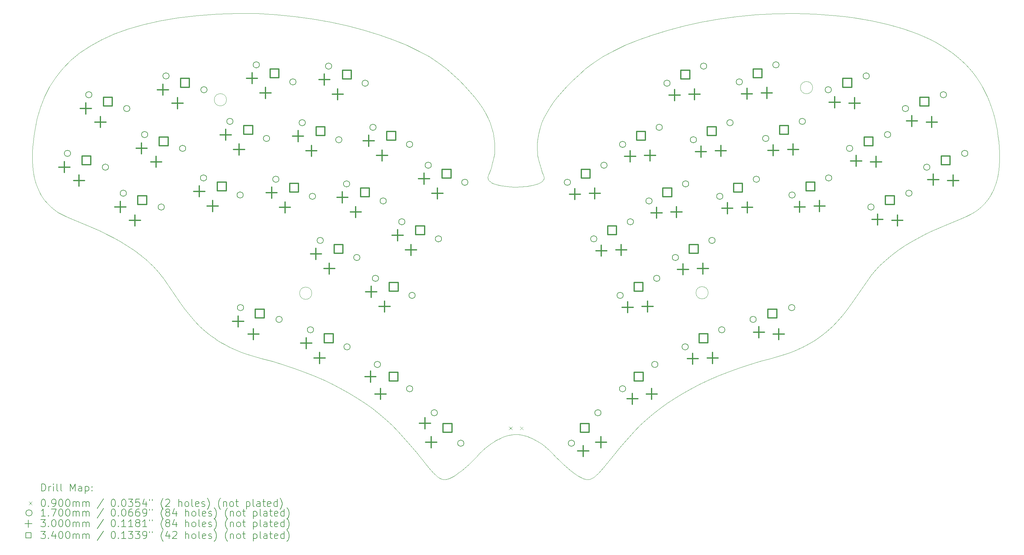
<source format=gbr>
%TF.GenerationSoftware,KiCad,Pcbnew,6.0.11-3.fc36*%
%TF.CreationDate,2023-03-10T01:36:52-05:00*%
%TF.ProjectId,moth,6d6f7468-2e6b-4696-9361-645f70636258,v1.0.0*%
%TF.SameCoordinates,Original*%
%TF.FileFunction,Drillmap*%
%TF.FilePolarity,Positive*%
%FSLAX45Y45*%
G04 Gerber Fmt 4.5, Leading zero omitted, Abs format (unit mm)*
G04 Created by KiCad (PCBNEW 6.0.11-3.fc36) date 2023-03-10 01:36:52*
%MOMM*%
%LPD*%
G01*
G04 APERTURE LIST*
%ADD10C,0.100000*%
%ADD11C,0.050000*%
%ADD12C,0.200000*%
%ADD13C,0.090000*%
%ADD14C,0.170000*%
%ADD15C,0.300000*%
%ADD16C,0.340000*%
G04 APERTURE END LIST*
D10*
X13255436Y-8724015D02*
X13780568Y-8753105D01*
X14293673Y-8802817D01*
X14792218Y-8871470D01*
X15273671Y-8957382D01*
X15735500Y-9058872D01*
X16175172Y-9174259D01*
X16590154Y-9301862D01*
X16977916Y-9439999D01*
X17335923Y-9586989D01*
X17661644Y-9741150D01*
X17952546Y-9900802D01*
X18206096Y-10064263D01*
X18419764Y-10229852D01*
X18604700Y-10393526D01*
X18774019Y-10552645D01*
X18928125Y-10707627D01*
X19067423Y-10858893D01*
X19192320Y-11006862D01*
X19303219Y-11151953D01*
X19400528Y-11294587D01*
X19484650Y-11435183D01*
X19555992Y-11574160D01*
X19614958Y-11711938D01*
X19661955Y-11848937D01*
X19697387Y-11985576D01*
X19721661Y-12122275D01*
X19735180Y-12259453D01*
X19738351Y-12397531D01*
X19731579Y-12536927D01*
X19724404Y-12585890D01*
X19710925Y-12653644D01*
X19692501Y-12733999D01*
X19670487Y-12820766D01*
X19646241Y-12907756D01*
X19621119Y-12988781D01*
X19608654Y-13025122D01*
X19596478Y-13057651D01*
X19584762Y-13085593D01*
X19573675Y-13108176D01*
X19562258Y-13132606D01*
X19554682Y-13155906D01*
X19550779Y-13178099D01*
X19550380Y-13199210D01*
X19553317Y-13219264D01*
X19559420Y-13238284D01*
X19568522Y-13256295D01*
X19580453Y-13273321D01*
X19595046Y-13289385D01*
X19612130Y-13304513D01*
X19631538Y-13318729D01*
X19653101Y-13332056D01*
X19702017Y-13356141D01*
X19757529Y-13376964D01*
X19818287Y-13394717D01*
X19882941Y-13409594D01*
X19950143Y-13421788D01*
X20018544Y-13431494D01*
X20086793Y-13438904D01*
X20153541Y-13444213D01*
X20277140Y-13449299D01*
X20353338Y-13449299D01*
X20413030Y-13447665D01*
X20476908Y-13444406D01*
X20543624Y-13439308D01*
X20611832Y-13432156D01*
X20680182Y-13422735D01*
X20747330Y-13410832D01*
X20811925Y-13396233D01*
X20872622Y-13378722D01*
X20901088Y-13368808D01*
X20928073Y-13358086D01*
X20953410Y-13346529D01*
X20976930Y-13334110D01*
X20998465Y-13320803D01*
X21017847Y-13306580D01*
X21034906Y-13291415D01*
X21049474Y-13275282D01*
X21061384Y-13258153D01*
X21070466Y-13240001D01*
X21076552Y-13220800D01*
X21079474Y-13200523D01*
X21079064Y-13179143D01*
X21075152Y-13156634D01*
X21067571Y-13132968D01*
X21056151Y-13108119D01*
X21045077Y-13084756D01*
X21033397Y-13056244D01*
X21021276Y-13023335D01*
X21008882Y-12986781D01*
X20983939Y-12905742D01*
X20959898Y-12819137D01*
X20938089Y-12732979D01*
X20919843Y-12653279D01*
X20906491Y-12586049D01*
X20902066Y-12558988D01*
X20899363Y-12537299D01*
X20892585Y-12397899D01*
X20895742Y-12259809D01*
X20909238Y-12122612D01*
X20933481Y-11985889D01*
X20968878Y-11849221D01*
X21015836Y-11712191D01*
X21074760Y-11574379D01*
X21146058Y-11435367D01*
X21230137Y-11294737D01*
X21327404Y-11152070D01*
X21438264Y-11006947D01*
X21563125Y-10858950D01*
X21702394Y-10707660D01*
X21856477Y-10552660D01*
X22025781Y-10393529D01*
X22210713Y-10229851D01*
X22424380Y-10064314D01*
X22677931Y-9900996D01*
X22968833Y-9741557D01*
X23294554Y-9587657D01*
X23652561Y-9440957D01*
X24040322Y-9303116D01*
X24455305Y-9175796D01*
X24894977Y-9060657D01*
X25356806Y-8959358D01*
X25838259Y-8873561D01*
X26336804Y-8804925D01*
X26849909Y-8755112D01*
X27375041Y-8725781D01*
X27909667Y-8718594D01*
X28451256Y-8735209D01*
X28997275Y-8777288D01*
X29265999Y-8807268D01*
X29524876Y-8841832D01*
X29774048Y-8880956D01*
X30013660Y-8924619D01*
X30243853Y-8972799D01*
X30464772Y-9025474D01*
X30676558Y-9082624D01*
X30879356Y-9144224D01*
X31073307Y-9210255D01*
X31258556Y-9280694D01*
X31435245Y-9355519D01*
X31603516Y-9434709D01*
X31763514Y-9518242D01*
X31915381Y-9606095D01*
X32059260Y-9698248D01*
X32195295Y-9794678D01*
X32323627Y-9895363D01*
X32444400Y-10000283D01*
X32557758Y-10109414D01*
X32663843Y-10222735D01*
X32762798Y-10340225D01*
X32854766Y-10461862D01*
X32939891Y-10587623D01*
X33018314Y-10717487D01*
X33090180Y-10851432D01*
X33155632Y-10989436D01*
X33214811Y-11131478D01*
X33267862Y-11277536D01*
X33314927Y-11427588D01*
X33356150Y-11581612D01*
X33391672Y-11739586D01*
X33421638Y-11901489D01*
X33421633Y-11901489D01*
X33445894Y-12061531D01*
X33464364Y-12214071D01*
X33477279Y-12359308D01*
X33484875Y-12497443D01*
X33487390Y-12628675D01*
X33485058Y-12753203D01*
X33478117Y-12871228D01*
X33466802Y-12982948D01*
X33451351Y-13088565D01*
X33431998Y-13188277D01*
X33408982Y-13282283D01*
X33382538Y-13370785D01*
X33352901Y-13453981D01*
X33320310Y-13532072D01*
X33285000Y-13605256D01*
X33247206Y-13673734D01*
X33207167Y-13737705D01*
X33165117Y-13797370D01*
X33121294Y-13852927D01*
X33075933Y-13904576D01*
X33029272Y-13952517D01*
X32981545Y-13996951D01*
X32932990Y-14038075D01*
X32883843Y-14076091D01*
X32784717Y-14143595D01*
X32686059Y-14201060D01*
X32589759Y-14250084D01*
X32497707Y-14292264D01*
X31986038Y-14500251D01*
X31648831Y-14648977D01*
X31468382Y-14735671D01*
X31283272Y-14831022D01*
X31095930Y-14935359D01*
X30908783Y-15049009D01*
X30724259Y-15172300D01*
X30544786Y-15305561D01*
X30372792Y-15449118D01*
X30210704Y-15603301D01*
X30134134Y-15684479D01*
X30060951Y-15768436D01*
X29991458Y-15855213D01*
X29925959Y-15944852D01*
X29448742Y-16637274D01*
X29329595Y-16797805D01*
X29206087Y-16952706D01*
X29076008Y-17101677D01*
X28937146Y-17244418D01*
X28787289Y-17380630D01*
X28624226Y-17510011D01*
X28445745Y-17632263D01*
X28249635Y-17747085D01*
X28144278Y-17801616D01*
X28033684Y-17854177D01*
X27917577Y-17904731D01*
X27795681Y-17953240D01*
X27667719Y-17999666D01*
X27533415Y-18043973D01*
X27244673Y-18126076D01*
X26945791Y-18207033D01*
X26654737Y-18294429D01*
X26371747Y-18388118D01*
X26097059Y-18487952D01*
X25830911Y-18593787D01*
X25573538Y-18705474D01*
X25325179Y-18822868D01*
X25086070Y-18945822D01*
X24856449Y-19074190D01*
X24636553Y-19207825D01*
X24426620Y-19346580D01*
X24226886Y-19490310D01*
X24037588Y-19638867D01*
X23858964Y-19792105D01*
X23691251Y-19949878D01*
X23534686Y-20112039D01*
X23390750Y-20271158D01*
X23260089Y-20419909D01*
X23141693Y-20558308D01*
X23034549Y-20686368D01*
X22698272Y-21095497D01*
X22632219Y-21172071D01*
X22571350Y-21238390D01*
X22542543Y-21267708D01*
X22514652Y-21294468D01*
X22487552Y-21318671D01*
X22461115Y-21340319D01*
X22435215Y-21359413D01*
X22409726Y-21375956D01*
X22384521Y-21389949D01*
X22359475Y-21401394D01*
X22334459Y-21410292D01*
X22309349Y-21416646D01*
X22284017Y-21420457D01*
X22258337Y-21421727D01*
X22231589Y-21419965D01*
X22203243Y-21414828D01*
X22173460Y-21406541D01*
X22142400Y-21395329D01*
X22110224Y-21381417D01*
X22077092Y-21365031D01*
X22043165Y-21346394D01*
X22008603Y-21325733D01*
X21938217Y-21279236D01*
X21867217Y-21227339D01*
X21796886Y-21171842D01*
X21728509Y-21114546D01*
X21663368Y-21057249D01*
X21602749Y-21001752D01*
X21500206Y-20903358D01*
X21405849Y-20807364D01*
X21319901Y-20713378D01*
X21219247Y-20616742D01*
X21156477Y-20562092D01*
X21086167Y-20505539D01*
X21008879Y-20448818D01*
X20925181Y-20393666D01*
X20835637Y-20341821D01*
X20740811Y-20295021D01*
X20691595Y-20274055D01*
X20641270Y-20255001D01*
X20589907Y-20238077D01*
X20537577Y-20223500D01*
X20484351Y-20211486D01*
X20430299Y-20202254D01*
X20375492Y-20196019D01*
X20320000Y-20193000D01*
X20264927Y-20195600D01*
X20210486Y-20201469D01*
X20156749Y-20210387D01*
X20103790Y-20222133D01*
X20051682Y-20236489D01*
X20000499Y-20253234D01*
X19950313Y-20272148D01*
X19901198Y-20293013D01*
X19853227Y-20315607D01*
X19806474Y-20339712D01*
X19761011Y-20365108D01*
X19716912Y-20391574D01*
X19674250Y-20418892D01*
X19633098Y-20446841D01*
X19555620Y-20503754D01*
X19485061Y-20560555D01*
X19422009Y-20615487D01*
X19367050Y-20666791D01*
X19320769Y-20712709D01*
X19256587Y-20781356D01*
X19234151Y-20807364D01*
X19139794Y-20903358D01*
X19037251Y-21001752D01*
X18911492Y-21114546D01*
X18843114Y-21171842D01*
X18772784Y-21227339D01*
X18701783Y-21279236D01*
X18631397Y-21325733D01*
X18562908Y-21365031D01*
X18529776Y-21381417D01*
X18497600Y-21395329D01*
X18466540Y-21406541D01*
X18436757Y-21414828D01*
X18408411Y-21419965D01*
X18381663Y-21421727D01*
X18330651Y-21416646D01*
X18280525Y-21401394D01*
X18230274Y-21375956D01*
X18178885Y-21340319D01*
X18125348Y-21294468D01*
X18068650Y-21238390D01*
X18007781Y-21172071D01*
X17941728Y-21095497D01*
X17605451Y-20686368D01*
X17379911Y-20419909D01*
X17249251Y-20271158D01*
X17105314Y-20112039D01*
X16948749Y-19949878D01*
X16781036Y-19792105D01*
X16602412Y-19638867D01*
X16413114Y-19490310D01*
X16213380Y-19346580D01*
X16003446Y-19207825D01*
X15783551Y-19074190D01*
X15553930Y-18945822D01*
X15314821Y-18822868D01*
X15066462Y-18705474D01*
X14809089Y-18593787D01*
X14542940Y-18487952D01*
X14268252Y-18388118D01*
X13985263Y-18294429D01*
X13694208Y-18207033D01*
X13395326Y-18126076D01*
X13247508Y-18086122D01*
X13106585Y-18043973D01*
X12972280Y-17999667D01*
X12844318Y-17953240D01*
X12722422Y-17904732D01*
X12606315Y-17854178D01*
X12495722Y-17801617D01*
X12390364Y-17747086D01*
X12289968Y-17690622D01*
X12194254Y-17632264D01*
X12102948Y-17572048D01*
X12015773Y-17510012D01*
X11932453Y-17446194D01*
X11852710Y-17380630D01*
X11702853Y-17244419D01*
X11563990Y-17101678D01*
X11433911Y-16952707D01*
X11310404Y-16797806D01*
X11191256Y-16637275D01*
X10714039Y-15944852D01*
X10648121Y-15855632D01*
X10578262Y-15769221D01*
X10504764Y-15685578D01*
X10427926Y-15604668D01*
X10348050Y-15526450D01*
X10265437Y-15450886D01*
X10093202Y-15307569D01*
X9913629Y-15174410D01*
X9729122Y-15051101D01*
X9542091Y-14937336D01*
X9354941Y-14832807D01*
X9170079Y-14737208D01*
X8989912Y-14650232D01*
X8653291Y-14500920D01*
X8142289Y-14292264D01*
X8048561Y-14250084D01*
X7950794Y-14201060D01*
X7850864Y-14143595D01*
X7750648Y-14076091D01*
X7652022Y-13996950D01*
X7556864Y-13904575D01*
X7467050Y-13797369D01*
X7384456Y-13673734D01*
X7346453Y-13605256D01*
X7310960Y-13532071D01*
X7278209Y-13453981D01*
X7248437Y-13370785D01*
X7221877Y-13282283D01*
X7198764Y-13188276D01*
X7179333Y-13088565D01*
X7163819Y-12982948D01*
X7152455Y-12871228D01*
X7145477Y-12753203D01*
X7143119Y-12628675D01*
X7145615Y-12497443D01*
X7153201Y-12359308D01*
X7166110Y-12214071D01*
X7184578Y-12061531D01*
X7208839Y-11901489D01*
X7274328Y-11581664D01*
X7362616Y-11277732D01*
X7474846Y-10989845D01*
X7612163Y-10718157D01*
X7775711Y-10462821D01*
X7966635Y-10223992D01*
X8186077Y-10001822D01*
X8435183Y-9796465D01*
X8715096Y-9608074D01*
X9026961Y-9436803D01*
X9371921Y-9282806D01*
X9751121Y-9146235D01*
X10165705Y-9027245D01*
X10616817Y-8925988D01*
X11105601Y-8842619D01*
X11633202Y-8777290D01*
X12179221Y-8734426D01*
X12720810Y-8717228D01*
X13255436Y-8724015D01*
D11*
X14757400Y-16344900D02*
G75*
G03*
X14757400Y-16344900I-167042J0D01*
G01*
X25552400Y-16332200D02*
G75*
G03*
X25552400Y-16332200I-167042J0D01*
G01*
X12433300Y-11074400D02*
G75*
G03*
X12433300Y-11074400I-167042J0D01*
G01*
X28397200Y-10744200D02*
G75*
G03*
X28397200Y-10744200I-167042J0D01*
G01*
D12*
D13*
X20125000Y-19977800D02*
X20215000Y-20067800D01*
X20215000Y-19977800D02*
X20125000Y-20067800D01*
X20425000Y-19977800D02*
X20515000Y-20067800D01*
X20515000Y-19977800D02*
X20425000Y-20067800D01*
D14*
X8186298Y-12534442D02*
G75*
G03*
X8186298Y-12534442I-85000J0D01*
G01*
X8767733Y-10936965D02*
G75*
G03*
X8767733Y-10936965I-85000J0D01*
G01*
X9219960Y-12910664D02*
G75*
G03*
X9219960Y-12910664I-85000J0D01*
G01*
X9706735Y-13619925D02*
G75*
G03*
X9706735Y-13619925I-85000J0D01*
G01*
X9801394Y-11313187D02*
G75*
G03*
X9801394Y-11313187I-85000J0D01*
G01*
X10288169Y-12022447D02*
G75*
G03*
X10288169Y-12022447I-85000J0D01*
G01*
X10740397Y-13996147D02*
G75*
G03*
X10740397Y-13996147I-85000J0D01*
G01*
X10869603Y-10424970D02*
G75*
G03*
X10869603Y-10424970I-85000J0D01*
G01*
X11321831Y-12398670D02*
G75*
G03*
X11321831Y-12398670I-85000J0D01*
G01*
X11891683Y-13203719D02*
G75*
G03*
X11891683Y-13203719I-85000J0D01*
G01*
X11903265Y-10801192D02*
G75*
G03*
X11903265Y-10801192I-85000J0D01*
G01*
X12610134Y-11662996D02*
G75*
G03*
X12610134Y-11662996I-85000J0D01*
G01*
X12888622Y-13668599D02*
G75*
G03*
X12888622Y-13668599I-85000J0D01*
G01*
X12898254Y-16736670D02*
G75*
G03*
X12898254Y-16736670I-85000J0D01*
G01*
X13328585Y-10122273D02*
G75*
G03*
X13328585Y-10122273I-85000J0D01*
G01*
X13607073Y-12127876D02*
G75*
G03*
X13607073Y-12127876I-85000J0D01*
G01*
X13861132Y-13239386D02*
G75*
G03*
X13861132Y-13239386I-85000J0D01*
G01*
X13950189Y-17058278D02*
G75*
G03*
X13950189Y-17058278I-85000J0D01*
G01*
X14325524Y-10587153D02*
G75*
G03*
X14325524Y-10587153I-85000J0D01*
G01*
X14579583Y-11698663D02*
G75*
G03*
X14579583Y-11698663I-85000J0D01*
G01*
X14803364Y-17340950D02*
G75*
G03*
X14803364Y-17340950I-85000J0D01*
G01*
X14858070Y-13704266D02*
G75*
G03*
X14858070Y-13704266I-85000J0D01*
G01*
X15069867Y-14906406D02*
G75*
G03*
X15069867Y-14906406I-85000J0D01*
G01*
X15298034Y-10157939D02*
G75*
G03*
X15298034Y-10157939I-85000J0D01*
G01*
X15576521Y-12163543D02*
G75*
G03*
X15576521Y-12163543I-85000J0D01*
G01*
X15788319Y-13365683D02*
G75*
G03*
X15788319Y-13365683I-85000J0D01*
G01*
X15800303Y-17805830D02*
G75*
G03*
X15800303Y-17805830I-85000J0D01*
G01*
X16066806Y-15371286D02*
G75*
G03*
X16066806Y-15371286I-85000J0D01*
G01*
X16294972Y-10622819D02*
G75*
G03*
X16294972Y-10622819I-85000J0D01*
G01*
X16506770Y-11824960D02*
G75*
G03*
X16506770Y-11824960I-85000J0D01*
G01*
X16574436Y-15939012D02*
G75*
G03*
X16574436Y-15939012I-85000J0D01*
G01*
X16627083Y-18285537D02*
G75*
G03*
X16627083Y-18285537I-85000J0D01*
G01*
X16785257Y-13830563D02*
G75*
G03*
X16785257Y-13830563I-85000J0D01*
G01*
X17292887Y-14398288D02*
G75*
G03*
X17292887Y-14398288I-85000J0D01*
G01*
X17503708Y-12289840D02*
G75*
G03*
X17503708Y-12289840I-85000J0D01*
G01*
X17505582Y-18947534D02*
G75*
G03*
X17505582Y-18947534I-85000J0D01*
G01*
X17571375Y-16403892D02*
G75*
G03*
X17571375Y-16403892I-85000J0D01*
G01*
X18011338Y-12857565D02*
G75*
G03*
X18011338Y-12857565I-85000J0D01*
G01*
X18176516Y-19601775D02*
G75*
G03*
X18176516Y-19601775I-85000J0D01*
G01*
X18289826Y-14863168D02*
G75*
G03*
X18289826Y-14863168I-85000J0D01*
G01*
X18898181Y-20431955D02*
G75*
G03*
X18898181Y-20431955I-85000J0D01*
G01*
X19008277Y-13322445D02*
G75*
G03*
X19008277Y-13322445I-85000J0D01*
G01*
X21801723Y-13322445D02*
G75*
G03*
X21801723Y-13322445I-85000J0D01*
G01*
X21911819Y-20431955D02*
G75*
G03*
X21911819Y-20431955I-85000J0D01*
G01*
X22520174Y-14863168D02*
G75*
G03*
X22520174Y-14863168I-85000J0D01*
G01*
X22633484Y-19601775D02*
G75*
G03*
X22633484Y-19601775I-85000J0D01*
G01*
X22798662Y-12857565D02*
G75*
G03*
X22798662Y-12857565I-85000J0D01*
G01*
X23238625Y-16403892D02*
G75*
G03*
X23238625Y-16403892I-85000J0D01*
G01*
X23304418Y-18947534D02*
G75*
G03*
X23304418Y-18947534I-85000J0D01*
G01*
X23306292Y-12289840D02*
G75*
G03*
X23306292Y-12289840I-85000J0D01*
G01*
X23517113Y-14398288D02*
G75*
G03*
X23517113Y-14398288I-85000J0D01*
G01*
X24024743Y-13830563D02*
G75*
G03*
X24024743Y-13830563I-85000J0D01*
G01*
X24182917Y-18285537D02*
G75*
G03*
X24182917Y-18285537I-85000J0D01*
G01*
X24235564Y-15939012D02*
G75*
G03*
X24235564Y-15939012I-85000J0D01*
G01*
X24303230Y-11824960D02*
G75*
G03*
X24303230Y-11824960I-85000J0D01*
G01*
X24515028Y-10622819D02*
G75*
G03*
X24515028Y-10622819I-85000J0D01*
G01*
X24743194Y-15371286D02*
G75*
G03*
X24743194Y-15371286I-85000J0D01*
G01*
X25009697Y-17805830D02*
G75*
G03*
X25009697Y-17805830I-85000J0D01*
G01*
X25021681Y-13365683D02*
G75*
G03*
X25021681Y-13365683I-85000J0D01*
G01*
X25233479Y-12163543D02*
G75*
G03*
X25233479Y-12163543I-85000J0D01*
G01*
X25511966Y-10157939D02*
G75*
G03*
X25511966Y-10157939I-85000J0D01*
G01*
X25740132Y-14906406D02*
G75*
G03*
X25740132Y-14906406I-85000J0D01*
G01*
X25951930Y-13704266D02*
G75*
G03*
X25951930Y-13704266I-85000J0D01*
G01*
X26006636Y-17340950D02*
G75*
G03*
X26006636Y-17340950I-85000J0D01*
G01*
X26230417Y-11698663D02*
G75*
G03*
X26230417Y-11698663I-85000J0D01*
G01*
X26484476Y-10587153D02*
G75*
G03*
X26484476Y-10587153I-85000J0D01*
G01*
X26859811Y-17058278D02*
G75*
G03*
X26859811Y-17058278I-85000J0D01*
G01*
X26948868Y-13239386D02*
G75*
G03*
X26948868Y-13239386I-85000J0D01*
G01*
X27202927Y-12127876D02*
G75*
G03*
X27202927Y-12127876I-85000J0D01*
G01*
X27481415Y-10122273D02*
G75*
G03*
X27481415Y-10122273I-85000J0D01*
G01*
X27911746Y-16736670D02*
G75*
G03*
X27911746Y-16736670I-85000J0D01*
G01*
X27921378Y-13668599D02*
G75*
G03*
X27921378Y-13668599I-85000J0D01*
G01*
X28199866Y-11662996D02*
G75*
G03*
X28199866Y-11662996I-85000J0D01*
G01*
X28906735Y-10801192D02*
G75*
G03*
X28906735Y-10801192I-85000J0D01*
G01*
X28918317Y-13203719D02*
G75*
G03*
X28918317Y-13203719I-85000J0D01*
G01*
X29488169Y-12398670D02*
G75*
G03*
X29488169Y-12398670I-85000J0D01*
G01*
X29940397Y-10424970D02*
G75*
G03*
X29940397Y-10424970I-85000J0D01*
G01*
X30069603Y-13996147D02*
G75*
G03*
X30069603Y-13996147I-85000J0D01*
G01*
X30521831Y-12022447D02*
G75*
G03*
X30521831Y-12022447I-85000J0D01*
G01*
X31008606Y-11313187D02*
G75*
G03*
X31008606Y-11313187I-85000J0D01*
G01*
X31103265Y-13619925D02*
G75*
G03*
X31103265Y-13619925I-85000J0D01*
G01*
X31590040Y-12910664D02*
G75*
G03*
X31590040Y-12910664I-85000J0D01*
G01*
X32042268Y-10936965D02*
G75*
G03*
X32042268Y-10936965I-85000J0D01*
G01*
X32623702Y-12534442D02*
G75*
G03*
X32623702Y-12534442I-85000J0D01*
G01*
D15*
X8018315Y-12758626D02*
X8018315Y-13058626D01*
X7868315Y-12908626D02*
X8168315Y-12908626D01*
X8416337Y-13126972D02*
X8416337Y-13426972D01*
X8266337Y-13276972D02*
X8566337Y-13276972D01*
X8599749Y-11161149D02*
X8599749Y-11461149D01*
X8449749Y-11311149D02*
X8749749Y-11311149D01*
X8997772Y-11529495D02*
X8997772Y-11829495D01*
X8847772Y-11679495D02*
X9147772Y-11679495D01*
X9538752Y-13844109D02*
X9538752Y-14144109D01*
X9388752Y-13994109D02*
X9688752Y-13994109D01*
X9936774Y-14212455D02*
X9936774Y-14512455D01*
X9786774Y-14362455D02*
X10086774Y-14362455D01*
X10120186Y-12246632D02*
X10120186Y-12546632D01*
X9970186Y-12396632D02*
X10270186Y-12396632D01*
X10518208Y-12614977D02*
X10518208Y-12914977D01*
X10368208Y-12764977D02*
X10668208Y-12764977D01*
X10701620Y-10649154D02*
X10701620Y-10949154D01*
X10551620Y-10799154D02*
X10851620Y-10799154D01*
X11099642Y-11017500D02*
X11099642Y-11317500D01*
X10949642Y-11167500D02*
X11249642Y-11167500D01*
X11691404Y-13419247D02*
X11691404Y-13719247D01*
X11541404Y-13569247D02*
X11841404Y-13569247D01*
X12055808Y-13820881D02*
X12055808Y-14120881D01*
X11905808Y-13970881D02*
X12205808Y-13970881D01*
X12409855Y-11878524D02*
X12409855Y-12178524D01*
X12259855Y-12028524D02*
X12559855Y-12028524D01*
X12749968Y-16964684D02*
X12749968Y-17264684D01*
X12599968Y-17114684D02*
X12899968Y-17114684D01*
X12774259Y-12280157D02*
X12774259Y-12580157D01*
X12624259Y-12430157D02*
X12924259Y-12430157D01*
X13128306Y-10337801D02*
X13128306Y-10637801D01*
X12978306Y-10487801D02*
X13278306Y-10487801D01*
X13166722Y-17311694D02*
X13166722Y-17611694D01*
X13016722Y-17461694D02*
X13316722Y-17461694D01*
X13492710Y-10739434D02*
X13492710Y-11039434D01*
X13342710Y-10889434D02*
X13642710Y-10889434D01*
X13660852Y-13454914D02*
X13660852Y-13754914D01*
X13510852Y-13604914D02*
X13810852Y-13604914D01*
X14025256Y-13856547D02*
X14025256Y-14156547D01*
X13875256Y-14006547D02*
X14175256Y-14006547D01*
X14379303Y-11914190D02*
X14379303Y-12214190D01*
X14229303Y-12064190D02*
X14529303Y-12064190D01*
X14603085Y-17556478D02*
X14603085Y-17856478D01*
X14453085Y-17706478D02*
X14753085Y-17706478D01*
X14743707Y-12315824D02*
X14743707Y-12615824D01*
X14593707Y-12465824D02*
X14893707Y-12465824D01*
X14869588Y-15121934D02*
X14869588Y-15421934D01*
X14719588Y-15271934D02*
X15019588Y-15271934D01*
X14967489Y-17958112D02*
X14967489Y-18258112D01*
X14817489Y-18108112D02*
X15117489Y-18108112D01*
X15097754Y-10373467D02*
X15097754Y-10673467D01*
X14947754Y-10523467D02*
X15247754Y-10523467D01*
X15233992Y-15523568D02*
X15233992Y-15823568D01*
X15083992Y-15673568D02*
X15383992Y-15673568D01*
X15462158Y-10775101D02*
X15462158Y-11075101D01*
X15312158Y-10925101D02*
X15612158Y-10925101D01*
X15588039Y-13581211D02*
X15588039Y-13881211D01*
X15438039Y-13731211D02*
X15738039Y-13731211D01*
X15952443Y-13982845D02*
X15952443Y-14282845D01*
X15802443Y-14132845D02*
X16102443Y-14132845D01*
X16306490Y-12040488D02*
X16306490Y-12340488D01*
X16156490Y-12190488D02*
X16456490Y-12190488D01*
X16353325Y-18469109D02*
X16353325Y-18769109D01*
X16203325Y-18619109D02*
X16503325Y-18619109D01*
X16374157Y-16154539D02*
X16374157Y-16454539D01*
X16224157Y-16304539D02*
X16524157Y-16304539D01*
X16626261Y-18937730D02*
X16626261Y-19237730D01*
X16476261Y-19087730D02*
X16776261Y-19087730D01*
X16670894Y-12442122D02*
X16670894Y-12742122D01*
X16520894Y-12592122D02*
X16820894Y-12592122D01*
X16738561Y-16556173D02*
X16738561Y-16856173D01*
X16588561Y-16706173D02*
X16888561Y-16706173D01*
X17092608Y-14613816D02*
X17092608Y-14913816D01*
X16942608Y-14763816D02*
X17242608Y-14763816D01*
X17457012Y-15015450D02*
X17457012Y-15315450D01*
X17307012Y-15165450D02*
X17607012Y-15165450D01*
X17811059Y-13073093D02*
X17811059Y-13373093D01*
X17661059Y-13223093D02*
X17961059Y-13223093D01*
X17837529Y-19738812D02*
X17837529Y-20038812D01*
X17687529Y-19888812D02*
X17987529Y-19888812D01*
X18007070Y-20253940D02*
X18007070Y-20553940D01*
X17857070Y-20403940D02*
X18157070Y-20403940D01*
X18175463Y-13474727D02*
X18175463Y-13774727D01*
X18025463Y-13624727D02*
X18325463Y-13624727D01*
X21922634Y-13495711D02*
X21922634Y-13795711D01*
X21772634Y-13645711D02*
X22072634Y-13645711D01*
X22146412Y-20493522D02*
X22146412Y-20793522D01*
X21996412Y-20643522D02*
X22296412Y-20643522D01*
X22464537Y-13474727D02*
X22464537Y-13774727D01*
X22314537Y-13624727D02*
X22614537Y-13624727D01*
X22632931Y-20253940D02*
X22632931Y-20553940D01*
X22482931Y-20403940D02*
X22782931Y-20403940D01*
X22641085Y-15036434D02*
X22641085Y-15336434D01*
X22491085Y-15186434D02*
X22791085Y-15186434D01*
X23182988Y-15015450D02*
X23182988Y-15315450D01*
X23032988Y-15165450D02*
X23332988Y-15165450D01*
X23359536Y-16577158D02*
X23359536Y-16877158D01*
X23209536Y-16727158D02*
X23509536Y-16727158D01*
X23427202Y-12463106D02*
X23427202Y-12763106D01*
X23277202Y-12613106D02*
X23577202Y-12613106D01*
X23488040Y-19070924D02*
X23488040Y-19370924D01*
X23338040Y-19220924D02*
X23638040Y-19220924D01*
X23901439Y-16556173D02*
X23901439Y-16856173D01*
X23751439Y-16706173D02*
X24051439Y-16706173D01*
X23969106Y-12442122D02*
X23969106Y-12742122D01*
X23819106Y-12592122D02*
X24119106Y-12592122D01*
X24013739Y-18937730D02*
X24013739Y-19237730D01*
X23863739Y-19087730D02*
X24163739Y-19087730D01*
X24145653Y-14003829D02*
X24145653Y-14303829D01*
X23995653Y-14153829D02*
X24295653Y-14153829D01*
X24635938Y-10796085D02*
X24635938Y-11096085D01*
X24485938Y-10946085D02*
X24785938Y-10946085D01*
X24687557Y-13982845D02*
X24687557Y-14282845D01*
X24537557Y-14132845D02*
X24837557Y-14132845D01*
X24864104Y-15544553D02*
X24864104Y-15844553D01*
X24714104Y-15694553D02*
X25014104Y-15694553D01*
X25130608Y-17979096D02*
X25130608Y-18279096D01*
X24980608Y-18129096D02*
X25280608Y-18129096D01*
X25177842Y-10775101D02*
X25177842Y-11075101D01*
X25027842Y-10925101D02*
X25327842Y-10925101D01*
X25354389Y-12336809D02*
X25354389Y-12636809D01*
X25204389Y-12486809D02*
X25504389Y-12486809D01*
X25406008Y-15523568D02*
X25406008Y-15823568D01*
X25256008Y-15673568D02*
X25556008Y-15673568D01*
X25672511Y-17958112D02*
X25672511Y-18258112D01*
X25522511Y-18108112D02*
X25822511Y-18108112D01*
X25896293Y-12315824D02*
X25896293Y-12615824D01*
X25746293Y-12465824D02*
X26046293Y-12465824D01*
X26072840Y-13877532D02*
X26072840Y-14177532D01*
X25922840Y-14027532D02*
X26222840Y-14027532D01*
X26605387Y-10760419D02*
X26605387Y-11060419D01*
X26455387Y-10910419D02*
X26755387Y-10910419D01*
X26614744Y-13856547D02*
X26614744Y-14156547D01*
X26464744Y-14006547D02*
X26764744Y-14006547D01*
X26933727Y-17257056D02*
X26933727Y-17557056D01*
X26783727Y-17407056D02*
X27083727Y-17407056D01*
X27147290Y-10739434D02*
X27147290Y-11039434D01*
X26997290Y-10889434D02*
X27297290Y-10889434D01*
X27323838Y-12301142D02*
X27323838Y-12601142D01*
X27173838Y-12451142D02*
X27473838Y-12451142D01*
X27473278Y-17311694D02*
X27473278Y-17611694D01*
X27323278Y-17461694D02*
X27623278Y-17461694D01*
X27865741Y-12280157D02*
X27865741Y-12580157D01*
X27715741Y-12430157D02*
X28015741Y-12430157D01*
X28042289Y-13841865D02*
X28042289Y-14141865D01*
X27892289Y-13991865D02*
X28192289Y-13991865D01*
X28584192Y-13820881D02*
X28584192Y-14120881D01*
X28434192Y-13970881D02*
X28734192Y-13970881D01*
X28998687Y-10991174D02*
X28998687Y-11291174D01*
X28848687Y-11141174D02*
X29148687Y-11141174D01*
X29540358Y-11017500D02*
X29540358Y-11317500D01*
X29390358Y-11167500D02*
X29690358Y-11167500D01*
X29580121Y-12588652D02*
X29580121Y-12888652D01*
X29430121Y-12738652D02*
X29730121Y-12738652D01*
X30121792Y-12614977D02*
X30121792Y-12914977D01*
X29971792Y-12764977D02*
X30271792Y-12764977D01*
X30161556Y-14186129D02*
X30161556Y-14486129D01*
X30011556Y-14336129D02*
X30311556Y-14336129D01*
X30703226Y-14212455D02*
X30703226Y-14512455D01*
X30553226Y-14362455D02*
X30853226Y-14362455D01*
X31100558Y-11503169D02*
X31100558Y-11803169D01*
X30950558Y-11653169D02*
X31250558Y-11653169D01*
X31642229Y-11529495D02*
X31642229Y-11829495D01*
X31492229Y-11679495D02*
X31792229Y-11679495D01*
X31681992Y-13100647D02*
X31681992Y-13400647D01*
X31531992Y-13250647D02*
X31831992Y-13250647D01*
X32223663Y-13126972D02*
X32223663Y-13426972D01*
X32073663Y-13276972D02*
X32373663Y-13276972D01*
D16*
X8738338Y-12842763D02*
X8738338Y-12602344D01*
X8497920Y-12602344D01*
X8497920Y-12842763D01*
X8738338Y-12842763D01*
X9319773Y-11245285D02*
X9319773Y-11004867D01*
X9079354Y-11004867D01*
X9079354Y-11245285D01*
X9319773Y-11245285D01*
X10258775Y-13928245D02*
X10258775Y-13687827D01*
X10018357Y-13687827D01*
X10018357Y-13928245D01*
X10258775Y-13928245D01*
X10840209Y-12330768D02*
X10840209Y-12090349D01*
X10599791Y-12090349D01*
X10599791Y-12330768D01*
X10840209Y-12330768D01*
X11421644Y-10733290D02*
X11421644Y-10492872D01*
X11181225Y-10492872D01*
X11181225Y-10733290D01*
X11421644Y-10733290D01*
X12425362Y-13556368D02*
X12425362Y-13315950D01*
X12184943Y-13315950D01*
X12184943Y-13556368D01*
X12425362Y-13556368D01*
X13143813Y-12015645D02*
X13143813Y-11775227D01*
X12903394Y-11775227D01*
X12903394Y-12015645D01*
X13143813Y-12015645D01*
X13459431Y-17017683D02*
X13459431Y-16777265D01*
X13219012Y-16777265D01*
X13219012Y-17017683D01*
X13459431Y-17017683D01*
X13862264Y-10474922D02*
X13862264Y-10234503D01*
X13621845Y-10234503D01*
X13621845Y-10474922D01*
X13862264Y-10474922D01*
X14394810Y-13592035D02*
X14394810Y-13351616D01*
X14154392Y-13351616D01*
X14154392Y-13592035D01*
X14394810Y-13592035D01*
X15113261Y-12051312D02*
X15113261Y-11810893D01*
X14872843Y-11810893D01*
X14872843Y-12051312D01*
X15113261Y-12051312D01*
X15337043Y-17693599D02*
X15337043Y-17453181D01*
X15096624Y-17453181D01*
X15096624Y-17693599D01*
X15337043Y-17693599D01*
X15603546Y-15259056D02*
X15603546Y-15018637D01*
X15363127Y-15018637D01*
X15363127Y-15259056D01*
X15603546Y-15259056D01*
X15831712Y-10510589D02*
X15831712Y-10270170D01*
X15591294Y-10270170D01*
X15591294Y-10510589D01*
X15831712Y-10510589D01*
X16321997Y-13718332D02*
X16321997Y-13477914D01*
X16081579Y-13477914D01*
X16081579Y-13718332D01*
X16321997Y-13718332D01*
X17040448Y-12177609D02*
X17040448Y-11937191D01*
X16800030Y-11937191D01*
X16800030Y-12177609D01*
X17040448Y-12177609D01*
X17101542Y-18736745D02*
X17101542Y-18496326D01*
X16861123Y-18496326D01*
X16861123Y-18736745D01*
X17101542Y-18736745D01*
X17108115Y-16291661D02*
X17108115Y-16051242D01*
X16867696Y-16051242D01*
X16867696Y-16291661D01*
X17108115Y-16291661D01*
X17826566Y-14750938D02*
X17826566Y-14510519D01*
X17586147Y-14510519D01*
X17586147Y-14750938D01*
X17826566Y-14750938D01*
X18545017Y-13210214D02*
X18545017Y-12969796D01*
X18304598Y-12969796D01*
X18304598Y-13210214D01*
X18545017Y-13210214D01*
X18572558Y-20137074D02*
X18572558Y-19896656D01*
X18332139Y-19896656D01*
X18332139Y-20137074D01*
X18572558Y-20137074D01*
X22307861Y-20137074D02*
X22307861Y-19896656D01*
X22067443Y-19896656D01*
X22067443Y-20137074D01*
X22307861Y-20137074D01*
X22335402Y-13210214D02*
X22335402Y-12969796D01*
X22094983Y-12969796D01*
X22094983Y-13210214D01*
X22335402Y-13210214D01*
X23053853Y-14750938D02*
X23053853Y-14510519D01*
X22813434Y-14510519D01*
X22813434Y-14750938D01*
X23053853Y-14750938D01*
X23772304Y-16291661D02*
X23772304Y-16051242D01*
X23531885Y-16051242D01*
X23531885Y-16291661D01*
X23772304Y-16291661D01*
X23778877Y-18736745D02*
X23778877Y-18496326D01*
X23538458Y-18496326D01*
X23538458Y-18736745D01*
X23778877Y-18736745D01*
X23839970Y-12177609D02*
X23839970Y-11937191D01*
X23599552Y-11937191D01*
X23599552Y-12177609D01*
X23839970Y-12177609D01*
X24558421Y-13718332D02*
X24558421Y-13477914D01*
X24318003Y-13477914D01*
X24318003Y-13718332D01*
X24558421Y-13718332D01*
X25048706Y-10510589D02*
X25048706Y-10270170D01*
X24808288Y-10270170D01*
X24808288Y-10510589D01*
X25048706Y-10510589D01*
X25276872Y-15259056D02*
X25276872Y-15018637D01*
X25036454Y-15018637D01*
X25036454Y-15259056D01*
X25276872Y-15259056D01*
X25543376Y-17693599D02*
X25543376Y-17453181D01*
X25302957Y-17453181D01*
X25302957Y-17693599D01*
X25543376Y-17693599D01*
X25767157Y-12051312D02*
X25767157Y-11810893D01*
X25526739Y-11810893D01*
X25526739Y-12051312D01*
X25767157Y-12051312D01*
X26485608Y-13592035D02*
X26485608Y-13351616D01*
X26245190Y-13351616D01*
X26245190Y-13592035D01*
X26485608Y-13592035D01*
X27018155Y-10474922D02*
X27018155Y-10234503D01*
X26777736Y-10234503D01*
X26777736Y-10474922D01*
X27018155Y-10474922D01*
X27420988Y-17017683D02*
X27420988Y-16777265D01*
X27180569Y-16777265D01*
X27180569Y-17017683D01*
X27420988Y-17017683D01*
X27736606Y-12015645D02*
X27736606Y-11775227D01*
X27496187Y-11775227D01*
X27496187Y-12015645D01*
X27736606Y-12015645D01*
X28455057Y-13556368D02*
X28455057Y-13315950D01*
X28214638Y-13315950D01*
X28214638Y-13556368D01*
X28455057Y-13556368D01*
X29458775Y-10733290D02*
X29458775Y-10492872D01*
X29218356Y-10492872D01*
X29218356Y-10733290D01*
X29458775Y-10733290D01*
X30040209Y-12330768D02*
X30040209Y-12090349D01*
X29799791Y-12090349D01*
X29799791Y-12330768D01*
X30040209Y-12330768D01*
X30621644Y-13928245D02*
X30621644Y-13687827D01*
X30381225Y-13687827D01*
X30381225Y-13928245D01*
X30621644Y-13928245D01*
X31560646Y-11245285D02*
X31560646Y-11004867D01*
X31320227Y-11004867D01*
X31320227Y-11245285D01*
X31560646Y-11245285D01*
X32142080Y-12842763D02*
X32142080Y-12602344D01*
X31901662Y-12602344D01*
X31901662Y-12842763D01*
X32142080Y-12842763D01*
D12*
X7395738Y-21737204D02*
X7395738Y-21537204D01*
X7443357Y-21537204D01*
X7471928Y-21546727D01*
X7490976Y-21565775D01*
X7500499Y-21584823D01*
X7510023Y-21622918D01*
X7510023Y-21651489D01*
X7500499Y-21689585D01*
X7490976Y-21708632D01*
X7471928Y-21727680D01*
X7443357Y-21737204D01*
X7395738Y-21737204D01*
X7595738Y-21737204D02*
X7595738Y-21603870D01*
X7595738Y-21641965D02*
X7605261Y-21622918D01*
X7614785Y-21613394D01*
X7633833Y-21603870D01*
X7652880Y-21603870D01*
X7719547Y-21737204D02*
X7719547Y-21603870D01*
X7719547Y-21537204D02*
X7710023Y-21546727D01*
X7719547Y-21556251D01*
X7729071Y-21546727D01*
X7719547Y-21537204D01*
X7719547Y-21556251D01*
X7843357Y-21737204D02*
X7824309Y-21727680D01*
X7814785Y-21708632D01*
X7814785Y-21537204D01*
X7948119Y-21737204D02*
X7929071Y-21727680D01*
X7919547Y-21708632D01*
X7919547Y-21537204D01*
X8176690Y-21737204D02*
X8176690Y-21537204D01*
X8243357Y-21680061D01*
X8310023Y-21537204D01*
X8310023Y-21737204D01*
X8490976Y-21737204D02*
X8490976Y-21632442D01*
X8481452Y-21613394D01*
X8462404Y-21603870D01*
X8424309Y-21603870D01*
X8405261Y-21613394D01*
X8490976Y-21727680D02*
X8471928Y-21737204D01*
X8424309Y-21737204D01*
X8405261Y-21727680D01*
X8395738Y-21708632D01*
X8395738Y-21689585D01*
X8405261Y-21670537D01*
X8424309Y-21661013D01*
X8471928Y-21661013D01*
X8490976Y-21651489D01*
X8586214Y-21603870D02*
X8586214Y-21803870D01*
X8586214Y-21613394D02*
X8605261Y-21603870D01*
X8643357Y-21603870D01*
X8662404Y-21613394D01*
X8671928Y-21622918D01*
X8681452Y-21641965D01*
X8681452Y-21699108D01*
X8671928Y-21718156D01*
X8662404Y-21727680D01*
X8643357Y-21737204D01*
X8605261Y-21737204D01*
X8586214Y-21727680D01*
X8767166Y-21718156D02*
X8776690Y-21727680D01*
X8767166Y-21737204D01*
X8757642Y-21727680D01*
X8767166Y-21718156D01*
X8767166Y-21737204D01*
X8767166Y-21613394D02*
X8776690Y-21622918D01*
X8767166Y-21632442D01*
X8757642Y-21622918D01*
X8767166Y-21613394D01*
X8767166Y-21632442D01*
D13*
X7048119Y-22021727D02*
X7138119Y-22111727D01*
X7138119Y-22021727D02*
X7048119Y-22111727D01*
D12*
X7433833Y-21957204D02*
X7452880Y-21957204D01*
X7471928Y-21966727D01*
X7481452Y-21976251D01*
X7490976Y-21995299D01*
X7500499Y-22033394D01*
X7500499Y-22081013D01*
X7490976Y-22119108D01*
X7481452Y-22138156D01*
X7471928Y-22147680D01*
X7452880Y-22157204D01*
X7433833Y-22157204D01*
X7414785Y-22147680D01*
X7405261Y-22138156D01*
X7395738Y-22119108D01*
X7386214Y-22081013D01*
X7386214Y-22033394D01*
X7395738Y-21995299D01*
X7405261Y-21976251D01*
X7414785Y-21966727D01*
X7433833Y-21957204D01*
X7586214Y-22138156D02*
X7595738Y-22147680D01*
X7586214Y-22157204D01*
X7576690Y-22147680D01*
X7586214Y-22138156D01*
X7586214Y-22157204D01*
X7690976Y-22157204D02*
X7729071Y-22157204D01*
X7748119Y-22147680D01*
X7757642Y-22138156D01*
X7776690Y-22109585D01*
X7786214Y-22071489D01*
X7786214Y-21995299D01*
X7776690Y-21976251D01*
X7767166Y-21966727D01*
X7748119Y-21957204D01*
X7710023Y-21957204D01*
X7690976Y-21966727D01*
X7681452Y-21976251D01*
X7671928Y-21995299D01*
X7671928Y-22042918D01*
X7681452Y-22061965D01*
X7690976Y-22071489D01*
X7710023Y-22081013D01*
X7748119Y-22081013D01*
X7767166Y-22071489D01*
X7776690Y-22061965D01*
X7786214Y-22042918D01*
X7910023Y-21957204D02*
X7929071Y-21957204D01*
X7948119Y-21966727D01*
X7957642Y-21976251D01*
X7967166Y-21995299D01*
X7976690Y-22033394D01*
X7976690Y-22081013D01*
X7967166Y-22119108D01*
X7957642Y-22138156D01*
X7948119Y-22147680D01*
X7929071Y-22157204D01*
X7910023Y-22157204D01*
X7890976Y-22147680D01*
X7881452Y-22138156D01*
X7871928Y-22119108D01*
X7862404Y-22081013D01*
X7862404Y-22033394D01*
X7871928Y-21995299D01*
X7881452Y-21976251D01*
X7890976Y-21966727D01*
X7910023Y-21957204D01*
X8100499Y-21957204D02*
X8119547Y-21957204D01*
X8138595Y-21966727D01*
X8148119Y-21976251D01*
X8157642Y-21995299D01*
X8167166Y-22033394D01*
X8167166Y-22081013D01*
X8157642Y-22119108D01*
X8148119Y-22138156D01*
X8138595Y-22147680D01*
X8119547Y-22157204D01*
X8100499Y-22157204D01*
X8081452Y-22147680D01*
X8071928Y-22138156D01*
X8062404Y-22119108D01*
X8052880Y-22081013D01*
X8052880Y-22033394D01*
X8062404Y-21995299D01*
X8071928Y-21976251D01*
X8081452Y-21966727D01*
X8100499Y-21957204D01*
X8252880Y-22157204D02*
X8252880Y-22023870D01*
X8252880Y-22042918D02*
X8262404Y-22033394D01*
X8281452Y-22023870D01*
X8310023Y-22023870D01*
X8329071Y-22033394D01*
X8338595Y-22052442D01*
X8338595Y-22157204D01*
X8338595Y-22052442D02*
X8348119Y-22033394D01*
X8367166Y-22023870D01*
X8395738Y-22023870D01*
X8414785Y-22033394D01*
X8424309Y-22052442D01*
X8424309Y-22157204D01*
X8519547Y-22157204D02*
X8519547Y-22023870D01*
X8519547Y-22042918D02*
X8529071Y-22033394D01*
X8548119Y-22023870D01*
X8576690Y-22023870D01*
X8595738Y-22033394D01*
X8605261Y-22052442D01*
X8605261Y-22157204D01*
X8605261Y-22052442D02*
X8614785Y-22033394D01*
X8633833Y-22023870D01*
X8662404Y-22023870D01*
X8681452Y-22033394D01*
X8690976Y-22052442D01*
X8690976Y-22157204D01*
X9081452Y-21947680D02*
X8910023Y-22204823D01*
X9338595Y-21957204D02*
X9357642Y-21957204D01*
X9376690Y-21966727D01*
X9386214Y-21976251D01*
X9395738Y-21995299D01*
X9405261Y-22033394D01*
X9405261Y-22081013D01*
X9395738Y-22119108D01*
X9386214Y-22138156D01*
X9376690Y-22147680D01*
X9357642Y-22157204D01*
X9338595Y-22157204D01*
X9319547Y-22147680D01*
X9310023Y-22138156D01*
X9300500Y-22119108D01*
X9290976Y-22081013D01*
X9290976Y-22033394D01*
X9300500Y-21995299D01*
X9310023Y-21976251D01*
X9319547Y-21966727D01*
X9338595Y-21957204D01*
X9490976Y-22138156D02*
X9500500Y-22147680D01*
X9490976Y-22157204D01*
X9481452Y-22147680D01*
X9490976Y-22138156D01*
X9490976Y-22157204D01*
X9624309Y-21957204D02*
X9643357Y-21957204D01*
X9662404Y-21966727D01*
X9671928Y-21976251D01*
X9681452Y-21995299D01*
X9690976Y-22033394D01*
X9690976Y-22081013D01*
X9681452Y-22119108D01*
X9671928Y-22138156D01*
X9662404Y-22147680D01*
X9643357Y-22157204D01*
X9624309Y-22157204D01*
X9605261Y-22147680D01*
X9595738Y-22138156D01*
X9586214Y-22119108D01*
X9576690Y-22081013D01*
X9576690Y-22033394D01*
X9586214Y-21995299D01*
X9595738Y-21976251D01*
X9605261Y-21966727D01*
X9624309Y-21957204D01*
X9757642Y-21957204D02*
X9881452Y-21957204D01*
X9814785Y-22033394D01*
X9843357Y-22033394D01*
X9862404Y-22042918D01*
X9871928Y-22052442D01*
X9881452Y-22071489D01*
X9881452Y-22119108D01*
X9871928Y-22138156D01*
X9862404Y-22147680D01*
X9843357Y-22157204D01*
X9786214Y-22157204D01*
X9767166Y-22147680D01*
X9757642Y-22138156D01*
X10062404Y-21957204D02*
X9967166Y-21957204D01*
X9957642Y-22052442D01*
X9967166Y-22042918D01*
X9986214Y-22033394D01*
X10033833Y-22033394D01*
X10052881Y-22042918D01*
X10062404Y-22052442D01*
X10071928Y-22071489D01*
X10071928Y-22119108D01*
X10062404Y-22138156D01*
X10052881Y-22147680D01*
X10033833Y-22157204D01*
X9986214Y-22157204D01*
X9967166Y-22147680D01*
X9957642Y-22138156D01*
X10243357Y-22023870D02*
X10243357Y-22157204D01*
X10195738Y-21947680D02*
X10148119Y-22090537D01*
X10271928Y-22090537D01*
X10338595Y-21957204D02*
X10338595Y-21995299D01*
X10414785Y-21957204D02*
X10414785Y-21995299D01*
X10710023Y-22233394D02*
X10700500Y-22223870D01*
X10681452Y-22195299D01*
X10671928Y-22176251D01*
X10662404Y-22147680D01*
X10652881Y-22100061D01*
X10652881Y-22061965D01*
X10662404Y-22014346D01*
X10671928Y-21985775D01*
X10681452Y-21966727D01*
X10700500Y-21938156D01*
X10710023Y-21928632D01*
X10776690Y-21976251D02*
X10786214Y-21966727D01*
X10805261Y-21957204D01*
X10852881Y-21957204D01*
X10871928Y-21966727D01*
X10881452Y-21976251D01*
X10890976Y-21995299D01*
X10890976Y-22014346D01*
X10881452Y-22042918D01*
X10767166Y-22157204D01*
X10890976Y-22157204D01*
X11129071Y-22157204D02*
X11129071Y-21957204D01*
X11214785Y-22157204D02*
X11214785Y-22052442D01*
X11205261Y-22033394D01*
X11186214Y-22023870D01*
X11157642Y-22023870D01*
X11138595Y-22033394D01*
X11129071Y-22042918D01*
X11338595Y-22157204D02*
X11319547Y-22147680D01*
X11310023Y-22138156D01*
X11300499Y-22119108D01*
X11300499Y-22061965D01*
X11310023Y-22042918D01*
X11319547Y-22033394D01*
X11338595Y-22023870D01*
X11367166Y-22023870D01*
X11386214Y-22033394D01*
X11395738Y-22042918D01*
X11405261Y-22061965D01*
X11405261Y-22119108D01*
X11395738Y-22138156D01*
X11386214Y-22147680D01*
X11367166Y-22157204D01*
X11338595Y-22157204D01*
X11519547Y-22157204D02*
X11500499Y-22147680D01*
X11490976Y-22128632D01*
X11490976Y-21957204D01*
X11671928Y-22147680D02*
X11652880Y-22157204D01*
X11614785Y-22157204D01*
X11595738Y-22147680D01*
X11586214Y-22128632D01*
X11586214Y-22052442D01*
X11595738Y-22033394D01*
X11614785Y-22023870D01*
X11652880Y-22023870D01*
X11671928Y-22033394D01*
X11681452Y-22052442D01*
X11681452Y-22071489D01*
X11586214Y-22090537D01*
X11757642Y-22147680D02*
X11776690Y-22157204D01*
X11814785Y-22157204D01*
X11833833Y-22147680D01*
X11843357Y-22128632D01*
X11843357Y-22119108D01*
X11833833Y-22100061D01*
X11814785Y-22090537D01*
X11786214Y-22090537D01*
X11767166Y-22081013D01*
X11757642Y-22061965D01*
X11757642Y-22052442D01*
X11767166Y-22033394D01*
X11786214Y-22023870D01*
X11814785Y-22023870D01*
X11833833Y-22033394D01*
X11910023Y-22233394D02*
X11919547Y-22223870D01*
X11938595Y-22195299D01*
X11948118Y-22176251D01*
X11957642Y-22147680D01*
X11967166Y-22100061D01*
X11967166Y-22061965D01*
X11957642Y-22014346D01*
X11948118Y-21985775D01*
X11938595Y-21966727D01*
X11919547Y-21938156D01*
X11910023Y-21928632D01*
X12271928Y-22233394D02*
X12262404Y-22223870D01*
X12243357Y-22195299D01*
X12233833Y-22176251D01*
X12224309Y-22147680D01*
X12214785Y-22100061D01*
X12214785Y-22061965D01*
X12224309Y-22014346D01*
X12233833Y-21985775D01*
X12243357Y-21966727D01*
X12262404Y-21938156D01*
X12271928Y-21928632D01*
X12348118Y-22023870D02*
X12348118Y-22157204D01*
X12348118Y-22042918D02*
X12357642Y-22033394D01*
X12376690Y-22023870D01*
X12405261Y-22023870D01*
X12424309Y-22033394D01*
X12433833Y-22052442D01*
X12433833Y-22157204D01*
X12557642Y-22157204D02*
X12538595Y-22147680D01*
X12529071Y-22138156D01*
X12519547Y-22119108D01*
X12519547Y-22061965D01*
X12529071Y-22042918D01*
X12538595Y-22033394D01*
X12557642Y-22023870D01*
X12586214Y-22023870D01*
X12605261Y-22033394D01*
X12614785Y-22042918D01*
X12624309Y-22061965D01*
X12624309Y-22119108D01*
X12614785Y-22138156D01*
X12605261Y-22147680D01*
X12586214Y-22157204D01*
X12557642Y-22157204D01*
X12681452Y-22023870D02*
X12757642Y-22023870D01*
X12710023Y-21957204D02*
X12710023Y-22128632D01*
X12719547Y-22147680D01*
X12738595Y-22157204D01*
X12757642Y-22157204D01*
X12976690Y-22023870D02*
X12976690Y-22223870D01*
X12976690Y-22033394D02*
X12995738Y-22023870D01*
X13033833Y-22023870D01*
X13052880Y-22033394D01*
X13062404Y-22042918D01*
X13071928Y-22061965D01*
X13071928Y-22119108D01*
X13062404Y-22138156D01*
X13052880Y-22147680D01*
X13033833Y-22157204D01*
X12995738Y-22157204D01*
X12976690Y-22147680D01*
X13186214Y-22157204D02*
X13167166Y-22147680D01*
X13157642Y-22128632D01*
X13157642Y-21957204D01*
X13348118Y-22157204D02*
X13348118Y-22052442D01*
X13338595Y-22033394D01*
X13319547Y-22023870D01*
X13281452Y-22023870D01*
X13262404Y-22033394D01*
X13348118Y-22147680D02*
X13329071Y-22157204D01*
X13281452Y-22157204D01*
X13262404Y-22147680D01*
X13252880Y-22128632D01*
X13252880Y-22109585D01*
X13262404Y-22090537D01*
X13281452Y-22081013D01*
X13329071Y-22081013D01*
X13348118Y-22071489D01*
X13414785Y-22023870D02*
X13490976Y-22023870D01*
X13443357Y-21957204D02*
X13443357Y-22128632D01*
X13452880Y-22147680D01*
X13471928Y-22157204D01*
X13490976Y-22157204D01*
X13633833Y-22147680D02*
X13614785Y-22157204D01*
X13576690Y-22157204D01*
X13557642Y-22147680D01*
X13548118Y-22128632D01*
X13548118Y-22052442D01*
X13557642Y-22033394D01*
X13576690Y-22023870D01*
X13614785Y-22023870D01*
X13633833Y-22033394D01*
X13643357Y-22052442D01*
X13643357Y-22071489D01*
X13548118Y-22090537D01*
X13814785Y-22157204D02*
X13814785Y-21957204D01*
X13814785Y-22147680D02*
X13795738Y-22157204D01*
X13757642Y-22157204D01*
X13738595Y-22147680D01*
X13729071Y-22138156D01*
X13719547Y-22119108D01*
X13719547Y-22061965D01*
X13729071Y-22042918D01*
X13738595Y-22033394D01*
X13757642Y-22023870D01*
X13795738Y-22023870D01*
X13814785Y-22033394D01*
X13890976Y-22233394D02*
X13900499Y-22223870D01*
X13919547Y-22195299D01*
X13929071Y-22176251D01*
X13938595Y-22147680D01*
X13948118Y-22100061D01*
X13948118Y-22061965D01*
X13938595Y-22014346D01*
X13929071Y-21985775D01*
X13919547Y-21966727D01*
X13900499Y-21938156D01*
X13890976Y-21928632D01*
D14*
X7138119Y-22330727D02*
G75*
G03*
X7138119Y-22330727I-85000J0D01*
G01*
D12*
X7500499Y-22421203D02*
X7386214Y-22421203D01*
X7443357Y-22421203D02*
X7443357Y-22221204D01*
X7424309Y-22249775D01*
X7405261Y-22268823D01*
X7386214Y-22278346D01*
X7586214Y-22402156D02*
X7595738Y-22411680D01*
X7586214Y-22421203D01*
X7576690Y-22411680D01*
X7586214Y-22402156D01*
X7586214Y-22421203D01*
X7662404Y-22221204D02*
X7795738Y-22221204D01*
X7710023Y-22421203D01*
X7910023Y-22221204D02*
X7929071Y-22221204D01*
X7948119Y-22230727D01*
X7957642Y-22240251D01*
X7967166Y-22259299D01*
X7976690Y-22297394D01*
X7976690Y-22345013D01*
X7967166Y-22383108D01*
X7957642Y-22402156D01*
X7948119Y-22411680D01*
X7929071Y-22421203D01*
X7910023Y-22421203D01*
X7890976Y-22411680D01*
X7881452Y-22402156D01*
X7871928Y-22383108D01*
X7862404Y-22345013D01*
X7862404Y-22297394D01*
X7871928Y-22259299D01*
X7881452Y-22240251D01*
X7890976Y-22230727D01*
X7910023Y-22221204D01*
X8100499Y-22221204D02*
X8119547Y-22221204D01*
X8138595Y-22230727D01*
X8148119Y-22240251D01*
X8157642Y-22259299D01*
X8167166Y-22297394D01*
X8167166Y-22345013D01*
X8157642Y-22383108D01*
X8148119Y-22402156D01*
X8138595Y-22411680D01*
X8119547Y-22421203D01*
X8100499Y-22421203D01*
X8081452Y-22411680D01*
X8071928Y-22402156D01*
X8062404Y-22383108D01*
X8052880Y-22345013D01*
X8052880Y-22297394D01*
X8062404Y-22259299D01*
X8071928Y-22240251D01*
X8081452Y-22230727D01*
X8100499Y-22221204D01*
X8252880Y-22421203D02*
X8252880Y-22287870D01*
X8252880Y-22306918D02*
X8262404Y-22297394D01*
X8281452Y-22287870D01*
X8310023Y-22287870D01*
X8329071Y-22297394D01*
X8338595Y-22316442D01*
X8338595Y-22421203D01*
X8338595Y-22316442D02*
X8348119Y-22297394D01*
X8367166Y-22287870D01*
X8395738Y-22287870D01*
X8414785Y-22297394D01*
X8424309Y-22316442D01*
X8424309Y-22421203D01*
X8519547Y-22421203D02*
X8519547Y-22287870D01*
X8519547Y-22306918D02*
X8529071Y-22297394D01*
X8548119Y-22287870D01*
X8576690Y-22287870D01*
X8595738Y-22297394D01*
X8605261Y-22316442D01*
X8605261Y-22421203D01*
X8605261Y-22316442D02*
X8614785Y-22297394D01*
X8633833Y-22287870D01*
X8662404Y-22287870D01*
X8681452Y-22297394D01*
X8690976Y-22316442D01*
X8690976Y-22421203D01*
X9081452Y-22211680D02*
X8910023Y-22468823D01*
X9338595Y-22221204D02*
X9357642Y-22221204D01*
X9376690Y-22230727D01*
X9386214Y-22240251D01*
X9395738Y-22259299D01*
X9405261Y-22297394D01*
X9405261Y-22345013D01*
X9395738Y-22383108D01*
X9386214Y-22402156D01*
X9376690Y-22411680D01*
X9357642Y-22421203D01*
X9338595Y-22421203D01*
X9319547Y-22411680D01*
X9310023Y-22402156D01*
X9300500Y-22383108D01*
X9290976Y-22345013D01*
X9290976Y-22297394D01*
X9300500Y-22259299D01*
X9310023Y-22240251D01*
X9319547Y-22230727D01*
X9338595Y-22221204D01*
X9490976Y-22402156D02*
X9500500Y-22411680D01*
X9490976Y-22421203D01*
X9481452Y-22411680D01*
X9490976Y-22402156D01*
X9490976Y-22421203D01*
X9624309Y-22221204D02*
X9643357Y-22221204D01*
X9662404Y-22230727D01*
X9671928Y-22240251D01*
X9681452Y-22259299D01*
X9690976Y-22297394D01*
X9690976Y-22345013D01*
X9681452Y-22383108D01*
X9671928Y-22402156D01*
X9662404Y-22411680D01*
X9643357Y-22421203D01*
X9624309Y-22421203D01*
X9605261Y-22411680D01*
X9595738Y-22402156D01*
X9586214Y-22383108D01*
X9576690Y-22345013D01*
X9576690Y-22297394D01*
X9586214Y-22259299D01*
X9595738Y-22240251D01*
X9605261Y-22230727D01*
X9624309Y-22221204D01*
X9862404Y-22221204D02*
X9824309Y-22221204D01*
X9805261Y-22230727D01*
X9795738Y-22240251D01*
X9776690Y-22268823D01*
X9767166Y-22306918D01*
X9767166Y-22383108D01*
X9776690Y-22402156D01*
X9786214Y-22411680D01*
X9805261Y-22421203D01*
X9843357Y-22421203D01*
X9862404Y-22411680D01*
X9871928Y-22402156D01*
X9881452Y-22383108D01*
X9881452Y-22335489D01*
X9871928Y-22316442D01*
X9862404Y-22306918D01*
X9843357Y-22297394D01*
X9805261Y-22297394D01*
X9786214Y-22306918D01*
X9776690Y-22316442D01*
X9767166Y-22335489D01*
X10052881Y-22221204D02*
X10014785Y-22221204D01*
X9995738Y-22230727D01*
X9986214Y-22240251D01*
X9967166Y-22268823D01*
X9957642Y-22306918D01*
X9957642Y-22383108D01*
X9967166Y-22402156D01*
X9976690Y-22411680D01*
X9995738Y-22421203D01*
X10033833Y-22421203D01*
X10052881Y-22411680D01*
X10062404Y-22402156D01*
X10071928Y-22383108D01*
X10071928Y-22335489D01*
X10062404Y-22316442D01*
X10052881Y-22306918D01*
X10033833Y-22297394D01*
X9995738Y-22297394D01*
X9976690Y-22306918D01*
X9967166Y-22316442D01*
X9957642Y-22335489D01*
X10167166Y-22421203D02*
X10205261Y-22421203D01*
X10224309Y-22411680D01*
X10233833Y-22402156D01*
X10252881Y-22373584D01*
X10262404Y-22335489D01*
X10262404Y-22259299D01*
X10252881Y-22240251D01*
X10243357Y-22230727D01*
X10224309Y-22221204D01*
X10186214Y-22221204D01*
X10167166Y-22230727D01*
X10157642Y-22240251D01*
X10148119Y-22259299D01*
X10148119Y-22306918D01*
X10157642Y-22325965D01*
X10167166Y-22335489D01*
X10186214Y-22345013D01*
X10224309Y-22345013D01*
X10243357Y-22335489D01*
X10252881Y-22325965D01*
X10262404Y-22306918D01*
X10338595Y-22221204D02*
X10338595Y-22259299D01*
X10414785Y-22221204D02*
X10414785Y-22259299D01*
X10710023Y-22497394D02*
X10700500Y-22487870D01*
X10681452Y-22459299D01*
X10671928Y-22440251D01*
X10662404Y-22411680D01*
X10652881Y-22364061D01*
X10652881Y-22325965D01*
X10662404Y-22278346D01*
X10671928Y-22249775D01*
X10681452Y-22230727D01*
X10700500Y-22202156D01*
X10710023Y-22192632D01*
X10814785Y-22306918D02*
X10795738Y-22297394D01*
X10786214Y-22287870D01*
X10776690Y-22268823D01*
X10776690Y-22259299D01*
X10786214Y-22240251D01*
X10795738Y-22230727D01*
X10814785Y-22221204D01*
X10852881Y-22221204D01*
X10871928Y-22230727D01*
X10881452Y-22240251D01*
X10890976Y-22259299D01*
X10890976Y-22268823D01*
X10881452Y-22287870D01*
X10871928Y-22297394D01*
X10852881Y-22306918D01*
X10814785Y-22306918D01*
X10795738Y-22316442D01*
X10786214Y-22325965D01*
X10776690Y-22345013D01*
X10776690Y-22383108D01*
X10786214Y-22402156D01*
X10795738Y-22411680D01*
X10814785Y-22421203D01*
X10852881Y-22421203D01*
X10871928Y-22411680D01*
X10881452Y-22402156D01*
X10890976Y-22383108D01*
X10890976Y-22345013D01*
X10881452Y-22325965D01*
X10871928Y-22316442D01*
X10852881Y-22306918D01*
X11062404Y-22287870D02*
X11062404Y-22421203D01*
X11014785Y-22211680D02*
X10967166Y-22354537D01*
X11090976Y-22354537D01*
X11319547Y-22421203D02*
X11319547Y-22221204D01*
X11405261Y-22421203D02*
X11405261Y-22316442D01*
X11395738Y-22297394D01*
X11376690Y-22287870D01*
X11348118Y-22287870D01*
X11329071Y-22297394D01*
X11319547Y-22306918D01*
X11529071Y-22421203D02*
X11510023Y-22411680D01*
X11500499Y-22402156D01*
X11490976Y-22383108D01*
X11490976Y-22325965D01*
X11500499Y-22306918D01*
X11510023Y-22297394D01*
X11529071Y-22287870D01*
X11557642Y-22287870D01*
X11576690Y-22297394D01*
X11586214Y-22306918D01*
X11595738Y-22325965D01*
X11595738Y-22383108D01*
X11586214Y-22402156D01*
X11576690Y-22411680D01*
X11557642Y-22421203D01*
X11529071Y-22421203D01*
X11710023Y-22421203D02*
X11690976Y-22411680D01*
X11681452Y-22392632D01*
X11681452Y-22221204D01*
X11862404Y-22411680D02*
X11843357Y-22421203D01*
X11805261Y-22421203D01*
X11786214Y-22411680D01*
X11776690Y-22392632D01*
X11776690Y-22316442D01*
X11786214Y-22297394D01*
X11805261Y-22287870D01*
X11843357Y-22287870D01*
X11862404Y-22297394D01*
X11871928Y-22316442D01*
X11871928Y-22335489D01*
X11776690Y-22354537D01*
X11948118Y-22411680D02*
X11967166Y-22421203D01*
X12005261Y-22421203D01*
X12024309Y-22411680D01*
X12033833Y-22392632D01*
X12033833Y-22383108D01*
X12024309Y-22364061D01*
X12005261Y-22354537D01*
X11976690Y-22354537D01*
X11957642Y-22345013D01*
X11948118Y-22325965D01*
X11948118Y-22316442D01*
X11957642Y-22297394D01*
X11976690Y-22287870D01*
X12005261Y-22287870D01*
X12024309Y-22297394D01*
X12100499Y-22497394D02*
X12110023Y-22487870D01*
X12129071Y-22459299D01*
X12138595Y-22440251D01*
X12148118Y-22411680D01*
X12157642Y-22364061D01*
X12157642Y-22325965D01*
X12148118Y-22278346D01*
X12138595Y-22249775D01*
X12129071Y-22230727D01*
X12110023Y-22202156D01*
X12100499Y-22192632D01*
X12462404Y-22497394D02*
X12452880Y-22487870D01*
X12433833Y-22459299D01*
X12424309Y-22440251D01*
X12414785Y-22411680D01*
X12405261Y-22364061D01*
X12405261Y-22325965D01*
X12414785Y-22278346D01*
X12424309Y-22249775D01*
X12433833Y-22230727D01*
X12452880Y-22202156D01*
X12462404Y-22192632D01*
X12538595Y-22287870D02*
X12538595Y-22421203D01*
X12538595Y-22306918D02*
X12548118Y-22297394D01*
X12567166Y-22287870D01*
X12595738Y-22287870D01*
X12614785Y-22297394D01*
X12624309Y-22316442D01*
X12624309Y-22421203D01*
X12748118Y-22421203D02*
X12729071Y-22411680D01*
X12719547Y-22402156D01*
X12710023Y-22383108D01*
X12710023Y-22325965D01*
X12719547Y-22306918D01*
X12729071Y-22297394D01*
X12748118Y-22287870D01*
X12776690Y-22287870D01*
X12795738Y-22297394D01*
X12805261Y-22306918D01*
X12814785Y-22325965D01*
X12814785Y-22383108D01*
X12805261Y-22402156D01*
X12795738Y-22411680D01*
X12776690Y-22421203D01*
X12748118Y-22421203D01*
X12871928Y-22287870D02*
X12948118Y-22287870D01*
X12900499Y-22221204D02*
X12900499Y-22392632D01*
X12910023Y-22411680D01*
X12929071Y-22421203D01*
X12948118Y-22421203D01*
X13167166Y-22287870D02*
X13167166Y-22487870D01*
X13167166Y-22297394D02*
X13186214Y-22287870D01*
X13224309Y-22287870D01*
X13243357Y-22297394D01*
X13252880Y-22306918D01*
X13262404Y-22325965D01*
X13262404Y-22383108D01*
X13252880Y-22402156D01*
X13243357Y-22411680D01*
X13224309Y-22421203D01*
X13186214Y-22421203D01*
X13167166Y-22411680D01*
X13376690Y-22421203D02*
X13357642Y-22411680D01*
X13348118Y-22392632D01*
X13348118Y-22221204D01*
X13538595Y-22421203D02*
X13538595Y-22316442D01*
X13529071Y-22297394D01*
X13510023Y-22287870D01*
X13471928Y-22287870D01*
X13452880Y-22297394D01*
X13538595Y-22411680D02*
X13519547Y-22421203D01*
X13471928Y-22421203D01*
X13452880Y-22411680D01*
X13443357Y-22392632D01*
X13443357Y-22373584D01*
X13452880Y-22354537D01*
X13471928Y-22345013D01*
X13519547Y-22345013D01*
X13538595Y-22335489D01*
X13605261Y-22287870D02*
X13681452Y-22287870D01*
X13633833Y-22221204D02*
X13633833Y-22392632D01*
X13643357Y-22411680D01*
X13662404Y-22421203D01*
X13681452Y-22421203D01*
X13824309Y-22411680D02*
X13805261Y-22421203D01*
X13767166Y-22421203D01*
X13748118Y-22411680D01*
X13738595Y-22392632D01*
X13738595Y-22316442D01*
X13748118Y-22297394D01*
X13767166Y-22287870D01*
X13805261Y-22287870D01*
X13824309Y-22297394D01*
X13833833Y-22316442D01*
X13833833Y-22335489D01*
X13738595Y-22354537D01*
X14005261Y-22421203D02*
X14005261Y-22221204D01*
X14005261Y-22411680D02*
X13986214Y-22421203D01*
X13948118Y-22421203D01*
X13929071Y-22411680D01*
X13919547Y-22402156D01*
X13910023Y-22383108D01*
X13910023Y-22325965D01*
X13919547Y-22306918D01*
X13929071Y-22297394D01*
X13948118Y-22287870D01*
X13986214Y-22287870D01*
X14005261Y-22297394D01*
X14081452Y-22497394D02*
X14090976Y-22487870D01*
X14110023Y-22459299D01*
X14119547Y-22440251D01*
X14129071Y-22411680D01*
X14138595Y-22364061D01*
X14138595Y-22325965D01*
X14129071Y-22278346D01*
X14119547Y-22249775D01*
X14110023Y-22230727D01*
X14090976Y-22202156D01*
X14081452Y-22192632D01*
X7038119Y-22520727D02*
X7038119Y-22720727D01*
X6938119Y-22620727D02*
X7138119Y-22620727D01*
X7376690Y-22511203D02*
X7500499Y-22511203D01*
X7433833Y-22587394D01*
X7462404Y-22587394D01*
X7481452Y-22596918D01*
X7490976Y-22606442D01*
X7500499Y-22625489D01*
X7500499Y-22673108D01*
X7490976Y-22692156D01*
X7481452Y-22701680D01*
X7462404Y-22711203D01*
X7405261Y-22711203D01*
X7386214Y-22701680D01*
X7376690Y-22692156D01*
X7586214Y-22692156D02*
X7595738Y-22701680D01*
X7586214Y-22711203D01*
X7576690Y-22701680D01*
X7586214Y-22692156D01*
X7586214Y-22711203D01*
X7719547Y-22511203D02*
X7738595Y-22511203D01*
X7757642Y-22520727D01*
X7767166Y-22530251D01*
X7776690Y-22549299D01*
X7786214Y-22587394D01*
X7786214Y-22635013D01*
X7776690Y-22673108D01*
X7767166Y-22692156D01*
X7757642Y-22701680D01*
X7738595Y-22711203D01*
X7719547Y-22711203D01*
X7700499Y-22701680D01*
X7690976Y-22692156D01*
X7681452Y-22673108D01*
X7671928Y-22635013D01*
X7671928Y-22587394D01*
X7681452Y-22549299D01*
X7690976Y-22530251D01*
X7700499Y-22520727D01*
X7719547Y-22511203D01*
X7910023Y-22511203D02*
X7929071Y-22511203D01*
X7948119Y-22520727D01*
X7957642Y-22530251D01*
X7967166Y-22549299D01*
X7976690Y-22587394D01*
X7976690Y-22635013D01*
X7967166Y-22673108D01*
X7957642Y-22692156D01*
X7948119Y-22701680D01*
X7929071Y-22711203D01*
X7910023Y-22711203D01*
X7890976Y-22701680D01*
X7881452Y-22692156D01*
X7871928Y-22673108D01*
X7862404Y-22635013D01*
X7862404Y-22587394D01*
X7871928Y-22549299D01*
X7881452Y-22530251D01*
X7890976Y-22520727D01*
X7910023Y-22511203D01*
X8100499Y-22511203D02*
X8119547Y-22511203D01*
X8138595Y-22520727D01*
X8148119Y-22530251D01*
X8157642Y-22549299D01*
X8167166Y-22587394D01*
X8167166Y-22635013D01*
X8157642Y-22673108D01*
X8148119Y-22692156D01*
X8138595Y-22701680D01*
X8119547Y-22711203D01*
X8100499Y-22711203D01*
X8081452Y-22701680D01*
X8071928Y-22692156D01*
X8062404Y-22673108D01*
X8052880Y-22635013D01*
X8052880Y-22587394D01*
X8062404Y-22549299D01*
X8071928Y-22530251D01*
X8081452Y-22520727D01*
X8100499Y-22511203D01*
X8252880Y-22711203D02*
X8252880Y-22577870D01*
X8252880Y-22596918D02*
X8262404Y-22587394D01*
X8281452Y-22577870D01*
X8310023Y-22577870D01*
X8329071Y-22587394D01*
X8338595Y-22606442D01*
X8338595Y-22711203D01*
X8338595Y-22606442D02*
X8348119Y-22587394D01*
X8367166Y-22577870D01*
X8395738Y-22577870D01*
X8414785Y-22587394D01*
X8424309Y-22606442D01*
X8424309Y-22711203D01*
X8519547Y-22711203D02*
X8519547Y-22577870D01*
X8519547Y-22596918D02*
X8529071Y-22587394D01*
X8548119Y-22577870D01*
X8576690Y-22577870D01*
X8595738Y-22587394D01*
X8605261Y-22606442D01*
X8605261Y-22711203D01*
X8605261Y-22606442D02*
X8614785Y-22587394D01*
X8633833Y-22577870D01*
X8662404Y-22577870D01*
X8681452Y-22587394D01*
X8690976Y-22606442D01*
X8690976Y-22711203D01*
X9081452Y-22501680D02*
X8910023Y-22758823D01*
X9338595Y-22511203D02*
X9357642Y-22511203D01*
X9376690Y-22520727D01*
X9386214Y-22530251D01*
X9395738Y-22549299D01*
X9405261Y-22587394D01*
X9405261Y-22635013D01*
X9395738Y-22673108D01*
X9386214Y-22692156D01*
X9376690Y-22701680D01*
X9357642Y-22711203D01*
X9338595Y-22711203D01*
X9319547Y-22701680D01*
X9310023Y-22692156D01*
X9300500Y-22673108D01*
X9290976Y-22635013D01*
X9290976Y-22587394D01*
X9300500Y-22549299D01*
X9310023Y-22530251D01*
X9319547Y-22520727D01*
X9338595Y-22511203D01*
X9490976Y-22692156D02*
X9500500Y-22701680D01*
X9490976Y-22711203D01*
X9481452Y-22701680D01*
X9490976Y-22692156D01*
X9490976Y-22711203D01*
X9690976Y-22711203D02*
X9576690Y-22711203D01*
X9633833Y-22711203D02*
X9633833Y-22511203D01*
X9614785Y-22539775D01*
X9595738Y-22558823D01*
X9576690Y-22568346D01*
X9881452Y-22711203D02*
X9767166Y-22711203D01*
X9824309Y-22711203D02*
X9824309Y-22511203D01*
X9805261Y-22539775D01*
X9786214Y-22558823D01*
X9767166Y-22568346D01*
X9995738Y-22596918D02*
X9976690Y-22587394D01*
X9967166Y-22577870D01*
X9957642Y-22558823D01*
X9957642Y-22549299D01*
X9967166Y-22530251D01*
X9976690Y-22520727D01*
X9995738Y-22511203D01*
X10033833Y-22511203D01*
X10052881Y-22520727D01*
X10062404Y-22530251D01*
X10071928Y-22549299D01*
X10071928Y-22558823D01*
X10062404Y-22577870D01*
X10052881Y-22587394D01*
X10033833Y-22596918D01*
X9995738Y-22596918D01*
X9976690Y-22606442D01*
X9967166Y-22615965D01*
X9957642Y-22635013D01*
X9957642Y-22673108D01*
X9967166Y-22692156D01*
X9976690Y-22701680D01*
X9995738Y-22711203D01*
X10033833Y-22711203D01*
X10052881Y-22701680D01*
X10062404Y-22692156D01*
X10071928Y-22673108D01*
X10071928Y-22635013D01*
X10062404Y-22615965D01*
X10052881Y-22606442D01*
X10033833Y-22596918D01*
X10262404Y-22711203D02*
X10148119Y-22711203D01*
X10205261Y-22711203D02*
X10205261Y-22511203D01*
X10186214Y-22539775D01*
X10167166Y-22558823D01*
X10148119Y-22568346D01*
X10338595Y-22511203D02*
X10338595Y-22549299D01*
X10414785Y-22511203D02*
X10414785Y-22549299D01*
X10710023Y-22787394D02*
X10700500Y-22777870D01*
X10681452Y-22749299D01*
X10671928Y-22730251D01*
X10662404Y-22701680D01*
X10652881Y-22654061D01*
X10652881Y-22615965D01*
X10662404Y-22568346D01*
X10671928Y-22539775D01*
X10681452Y-22520727D01*
X10700500Y-22492156D01*
X10710023Y-22482632D01*
X10814785Y-22596918D02*
X10795738Y-22587394D01*
X10786214Y-22577870D01*
X10776690Y-22558823D01*
X10776690Y-22549299D01*
X10786214Y-22530251D01*
X10795738Y-22520727D01*
X10814785Y-22511203D01*
X10852881Y-22511203D01*
X10871928Y-22520727D01*
X10881452Y-22530251D01*
X10890976Y-22549299D01*
X10890976Y-22558823D01*
X10881452Y-22577870D01*
X10871928Y-22587394D01*
X10852881Y-22596918D01*
X10814785Y-22596918D01*
X10795738Y-22606442D01*
X10786214Y-22615965D01*
X10776690Y-22635013D01*
X10776690Y-22673108D01*
X10786214Y-22692156D01*
X10795738Y-22701680D01*
X10814785Y-22711203D01*
X10852881Y-22711203D01*
X10871928Y-22701680D01*
X10881452Y-22692156D01*
X10890976Y-22673108D01*
X10890976Y-22635013D01*
X10881452Y-22615965D01*
X10871928Y-22606442D01*
X10852881Y-22596918D01*
X11062404Y-22577870D02*
X11062404Y-22711203D01*
X11014785Y-22501680D02*
X10967166Y-22644537D01*
X11090976Y-22644537D01*
X11319547Y-22711203D02*
X11319547Y-22511203D01*
X11405261Y-22711203D02*
X11405261Y-22606442D01*
X11395738Y-22587394D01*
X11376690Y-22577870D01*
X11348118Y-22577870D01*
X11329071Y-22587394D01*
X11319547Y-22596918D01*
X11529071Y-22711203D02*
X11510023Y-22701680D01*
X11500499Y-22692156D01*
X11490976Y-22673108D01*
X11490976Y-22615965D01*
X11500499Y-22596918D01*
X11510023Y-22587394D01*
X11529071Y-22577870D01*
X11557642Y-22577870D01*
X11576690Y-22587394D01*
X11586214Y-22596918D01*
X11595738Y-22615965D01*
X11595738Y-22673108D01*
X11586214Y-22692156D01*
X11576690Y-22701680D01*
X11557642Y-22711203D01*
X11529071Y-22711203D01*
X11710023Y-22711203D02*
X11690976Y-22701680D01*
X11681452Y-22682632D01*
X11681452Y-22511203D01*
X11862404Y-22701680D02*
X11843357Y-22711203D01*
X11805261Y-22711203D01*
X11786214Y-22701680D01*
X11776690Y-22682632D01*
X11776690Y-22606442D01*
X11786214Y-22587394D01*
X11805261Y-22577870D01*
X11843357Y-22577870D01*
X11862404Y-22587394D01*
X11871928Y-22606442D01*
X11871928Y-22625489D01*
X11776690Y-22644537D01*
X11948118Y-22701680D02*
X11967166Y-22711203D01*
X12005261Y-22711203D01*
X12024309Y-22701680D01*
X12033833Y-22682632D01*
X12033833Y-22673108D01*
X12024309Y-22654061D01*
X12005261Y-22644537D01*
X11976690Y-22644537D01*
X11957642Y-22635013D01*
X11948118Y-22615965D01*
X11948118Y-22606442D01*
X11957642Y-22587394D01*
X11976690Y-22577870D01*
X12005261Y-22577870D01*
X12024309Y-22587394D01*
X12100499Y-22787394D02*
X12110023Y-22777870D01*
X12129071Y-22749299D01*
X12138595Y-22730251D01*
X12148118Y-22701680D01*
X12157642Y-22654061D01*
X12157642Y-22615965D01*
X12148118Y-22568346D01*
X12138595Y-22539775D01*
X12129071Y-22520727D01*
X12110023Y-22492156D01*
X12100499Y-22482632D01*
X12462404Y-22787394D02*
X12452880Y-22777870D01*
X12433833Y-22749299D01*
X12424309Y-22730251D01*
X12414785Y-22701680D01*
X12405261Y-22654061D01*
X12405261Y-22615965D01*
X12414785Y-22568346D01*
X12424309Y-22539775D01*
X12433833Y-22520727D01*
X12452880Y-22492156D01*
X12462404Y-22482632D01*
X12538595Y-22577870D02*
X12538595Y-22711203D01*
X12538595Y-22596918D02*
X12548118Y-22587394D01*
X12567166Y-22577870D01*
X12595738Y-22577870D01*
X12614785Y-22587394D01*
X12624309Y-22606442D01*
X12624309Y-22711203D01*
X12748118Y-22711203D02*
X12729071Y-22701680D01*
X12719547Y-22692156D01*
X12710023Y-22673108D01*
X12710023Y-22615965D01*
X12719547Y-22596918D01*
X12729071Y-22587394D01*
X12748118Y-22577870D01*
X12776690Y-22577870D01*
X12795738Y-22587394D01*
X12805261Y-22596918D01*
X12814785Y-22615965D01*
X12814785Y-22673108D01*
X12805261Y-22692156D01*
X12795738Y-22701680D01*
X12776690Y-22711203D01*
X12748118Y-22711203D01*
X12871928Y-22577870D02*
X12948118Y-22577870D01*
X12900499Y-22511203D02*
X12900499Y-22682632D01*
X12910023Y-22701680D01*
X12929071Y-22711203D01*
X12948118Y-22711203D01*
X13167166Y-22577870D02*
X13167166Y-22777870D01*
X13167166Y-22587394D02*
X13186214Y-22577870D01*
X13224309Y-22577870D01*
X13243357Y-22587394D01*
X13252880Y-22596918D01*
X13262404Y-22615965D01*
X13262404Y-22673108D01*
X13252880Y-22692156D01*
X13243357Y-22701680D01*
X13224309Y-22711203D01*
X13186214Y-22711203D01*
X13167166Y-22701680D01*
X13376690Y-22711203D02*
X13357642Y-22701680D01*
X13348118Y-22682632D01*
X13348118Y-22511203D01*
X13538595Y-22711203D02*
X13538595Y-22606442D01*
X13529071Y-22587394D01*
X13510023Y-22577870D01*
X13471928Y-22577870D01*
X13452880Y-22587394D01*
X13538595Y-22701680D02*
X13519547Y-22711203D01*
X13471928Y-22711203D01*
X13452880Y-22701680D01*
X13443357Y-22682632D01*
X13443357Y-22663584D01*
X13452880Y-22644537D01*
X13471928Y-22635013D01*
X13519547Y-22635013D01*
X13538595Y-22625489D01*
X13605261Y-22577870D02*
X13681452Y-22577870D01*
X13633833Y-22511203D02*
X13633833Y-22682632D01*
X13643357Y-22701680D01*
X13662404Y-22711203D01*
X13681452Y-22711203D01*
X13824309Y-22701680D02*
X13805261Y-22711203D01*
X13767166Y-22711203D01*
X13748118Y-22701680D01*
X13738595Y-22682632D01*
X13738595Y-22606442D01*
X13748118Y-22587394D01*
X13767166Y-22577870D01*
X13805261Y-22577870D01*
X13824309Y-22587394D01*
X13833833Y-22606442D01*
X13833833Y-22625489D01*
X13738595Y-22644537D01*
X14005261Y-22711203D02*
X14005261Y-22511203D01*
X14005261Y-22701680D02*
X13986214Y-22711203D01*
X13948118Y-22711203D01*
X13929071Y-22701680D01*
X13919547Y-22692156D01*
X13910023Y-22673108D01*
X13910023Y-22615965D01*
X13919547Y-22596918D01*
X13929071Y-22587394D01*
X13948118Y-22577870D01*
X13986214Y-22577870D01*
X14005261Y-22587394D01*
X14081452Y-22787394D02*
X14090976Y-22777870D01*
X14110023Y-22749299D01*
X14119547Y-22730251D01*
X14129071Y-22701680D01*
X14138595Y-22654061D01*
X14138595Y-22615965D01*
X14129071Y-22568346D01*
X14119547Y-22539775D01*
X14110023Y-22520727D01*
X14090976Y-22492156D01*
X14081452Y-22482632D01*
X7108830Y-23011439D02*
X7108830Y-22870016D01*
X6967407Y-22870016D01*
X6967407Y-23011439D01*
X7108830Y-23011439D01*
X7376690Y-22831203D02*
X7500499Y-22831203D01*
X7433833Y-22907394D01*
X7462404Y-22907394D01*
X7481452Y-22916918D01*
X7490976Y-22926442D01*
X7500499Y-22945489D01*
X7500499Y-22993108D01*
X7490976Y-23012156D01*
X7481452Y-23021680D01*
X7462404Y-23031203D01*
X7405261Y-23031203D01*
X7386214Y-23021680D01*
X7376690Y-23012156D01*
X7586214Y-23012156D02*
X7595738Y-23021680D01*
X7586214Y-23031203D01*
X7576690Y-23021680D01*
X7586214Y-23012156D01*
X7586214Y-23031203D01*
X7767166Y-22897870D02*
X7767166Y-23031203D01*
X7719547Y-22821680D02*
X7671928Y-22964537D01*
X7795738Y-22964537D01*
X7910023Y-22831203D02*
X7929071Y-22831203D01*
X7948119Y-22840727D01*
X7957642Y-22850251D01*
X7967166Y-22869299D01*
X7976690Y-22907394D01*
X7976690Y-22955013D01*
X7967166Y-22993108D01*
X7957642Y-23012156D01*
X7948119Y-23021680D01*
X7929071Y-23031203D01*
X7910023Y-23031203D01*
X7890976Y-23021680D01*
X7881452Y-23012156D01*
X7871928Y-22993108D01*
X7862404Y-22955013D01*
X7862404Y-22907394D01*
X7871928Y-22869299D01*
X7881452Y-22850251D01*
X7890976Y-22840727D01*
X7910023Y-22831203D01*
X8100499Y-22831203D02*
X8119547Y-22831203D01*
X8138595Y-22840727D01*
X8148119Y-22850251D01*
X8157642Y-22869299D01*
X8167166Y-22907394D01*
X8167166Y-22955013D01*
X8157642Y-22993108D01*
X8148119Y-23012156D01*
X8138595Y-23021680D01*
X8119547Y-23031203D01*
X8100499Y-23031203D01*
X8081452Y-23021680D01*
X8071928Y-23012156D01*
X8062404Y-22993108D01*
X8052880Y-22955013D01*
X8052880Y-22907394D01*
X8062404Y-22869299D01*
X8071928Y-22850251D01*
X8081452Y-22840727D01*
X8100499Y-22831203D01*
X8252880Y-23031203D02*
X8252880Y-22897870D01*
X8252880Y-22916918D02*
X8262404Y-22907394D01*
X8281452Y-22897870D01*
X8310023Y-22897870D01*
X8329071Y-22907394D01*
X8338595Y-22926442D01*
X8338595Y-23031203D01*
X8338595Y-22926442D02*
X8348119Y-22907394D01*
X8367166Y-22897870D01*
X8395738Y-22897870D01*
X8414785Y-22907394D01*
X8424309Y-22926442D01*
X8424309Y-23031203D01*
X8519547Y-23031203D02*
X8519547Y-22897870D01*
X8519547Y-22916918D02*
X8529071Y-22907394D01*
X8548119Y-22897870D01*
X8576690Y-22897870D01*
X8595738Y-22907394D01*
X8605261Y-22926442D01*
X8605261Y-23031203D01*
X8605261Y-22926442D02*
X8614785Y-22907394D01*
X8633833Y-22897870D01*
X8662404Y-22897870D01*
X8681452Y-22907394D01*
X8690976Y-22926442D01*
X8690976Y-23031203D01*
X9081452Y-22821680D02*
X8910023Y-23078823D01*
X9338595Y-22831203D02*
X9357642Y-22831203D01*
X9376690Y-22840727D01*
X9386214Y-22850251D01*
X9395738Y-22869299D01*
X9405261Y-22907394D01*
X9405261Y-22955013D01*
X9395738Y-22993108D01*
X9386214Y-23012156D01*
X9376690Y-23021680D01*
X9357642Y-23031203D01*
X9338595Y-23031203D01*
X9319547Y-23021680D01*
X9310023Y-23012156D01*
X9300500Y-22993108D01*
X9290976Y-22955013D01*
X9290976Y-22907394D01*
X9300500Y-22869299D01*
X9310023Y-22850251D01*
X9319547Y-22840727D01*
X9338595Y-22831203D01*
X9490976Y-23012156D02*
X9500500Y-23021680D01*
X9490976Y-23031203D01*
X9481452Y-23021680D01*
X9490976Y-23012156D01*
X9490976Y-23031203D01*
X9690976Y-23031203D02*
X9576690Y-23031203D01*
X9633833Y-23031203D02*
X9633833Y-22831203D01*
X9614785Y-22859775D01*
X9595738Y-22878823D01*
X9576690Y-22888346D01*
X9757642Y-22831203D02*
X9881452Y-22831203D01*
X9814785Y-22907394D01*
X9843357Y-22907394D01*
X9862404Y-22916918D01*
X9871928Y-22926442D01*
X9881452Y-22945489D01*
X9881452Y-22993108D01*
X9871928Y-23012156D01*
X9862404Y-23021680D01*
X9843357Y-23031203D01*
X9786214Y-23031203D01*
X9767166Y-23021680D01*
X9757642Y-23012156D01*
X9948119Y-22831203D02*
X10071928Y-22831203D01*
X10005261Y-22907394D01*
X10033833Y-22907394D01*
X10052881Y-22916918D01*
X10062404Y-22926442D01*
X10071928Y-22945489D01*
X10071928Y-22993108D01*
X10062404Y-23012156D01*
X10052881Y-23021680D01*
X10033833Y-23031203D01*
X9976690Y-23031203D01*
X9957642Y-23021680D01*
X9948119Y-23012156D01*
X10167166Y-23031203D02*
X10205261Y-23031203D01*
X10224309Y-23021680D01*
X10233833Y-23012156D01*
X10252881Y-22983584D01*
X10262404Y-22945489D01*
X10262404Y-22869299D01*
X10252881Y-22850251D01*
X10243357Y-22840727D01*
X10224309Y-22831203D01*
X10186214Y-22831203D01*
X10167166Y-22840727D01*
X10157642Y-22850251D01*
X10148119Y-22869299D01*
X10148119Y-22916918D01*
X10157642Y-22935965D01*
X10167166Y-22945489D01*
X10186214Y-22955013D01*
X10224309Y-22955013D01*
X10243357Y-22945489D01*
X10252881Y-22935965D01*
X10262404Y-22916918D01*
X10338595Y-22831203D02*
X10338595Y-22869299D01*
X10414785Y-22831203D02*
X10414785Y-22869299D01*
X10710023Y-23107394D02*
X10700500Y-23097870D01*
X10681452Y-23069299D01*
X10671928Y-23050251D01*
X10662404Y-23021680D01*
X10652881Y-22974061D01*
X10652881Y-22935965D01*
X10662404Y-22888346D01*
X10671928Y-22859775D01*
X10681452Y-22840727D01*
X10700500Y-22812156D01*
X10710023Y-22802632D01*
X10871928Y-22897870D02*
X10871928Y-23031203D01*
X10824309Y-22821680D02*
X10776690Y-22964537D01*
X10900500Y-22964537D01*
X10967166Y-22850251D02*
X10976690Y-22840727D01*
X10995738Y-22831203D01*
X11043357Y-22831203D01*
X11062404Y-22840727D01*
X11071928Y-22850251D01*
X11081452Y-22869299D01*
X11081452Y-22888346D01*
X11071928Y-22916918D01*
X10957642Y-23031203D01*
X11081452Y-23031203D01*
X11319547Y-23031203D02*
X11319547Y-22831203D01*
X11405261Y-23031203D02*
X11405261Y-22926442D01*
X11395738Y-22907394D01*
X11376690Y-22897870D01*
X11348118Y-22897870D01*
X11329071Y-22907394D01*
X11319547Y-22916918D01*
X11529071Y-23031203D02*
X11510023Y-23021680D01*
X11500499Y-23012156D01*
X11490976Y-22993108D01*
X11490976Y-22935965D01*
X11500499Y-22916918D01*
X11510023Y-22907394D01*
X11529071Y-22897870D01*
X11557642Y-22897870D01*
X11576690Y-22907394D01*
X11586214Y-22916918D01*
X11595738Y-22935965D01*
X11595738Y-22993108D01*
X11586214Y-23012156D01*
X11576690Y-23021680D01*
X11557642Y-23031203D01*
X11529071Y-23031203D01*
X11710023Y-23031203D02*
X11690976Y-23021680D01*
X11681452Y-23002632D01*
X11681452Y-22831203D01*
X11862404Y-23021680D02*
X11843357Y-23031203D01*
X11805261Y-23031203D01*
X11786214Y-23021680D01*
X11776690Y-23002632D01*
X11776690Y-22926442D01*
X11786214Y-22907394D01*
X11805261Y-22897870D01*
X11843357Y-22897870D01*
X11862404Y-22907394D01*
X11871928Y-22926442D01*
X11871928Y-22945489D01*
X11776690Y-22964537D01*
X11948118Y-23021680D02*
X11967166Y-23031203D01*
X12005261Y-23031203D01*
X12024309Y-23021680D01*
X12033833Y-23002632D01*
X12033833Y-22993108D01*
X12024309Y-22974061D01*
X12005261Y-22964537D01*
X11976690Y-22964537D01*
X11957642Y-22955013D01*
X11948118Y-22935965D01*
X11948118Y-22926442D01*
X11957642Y-22907394D01*
X11976690Y-22897870D01*
X12005261Y-22897870D01*
X12024309Y-22907394D01*
X12100499Y-23107394D02*
X12110023Y-23097870D01*
X12129071Y-23069299D01*
X12138595Y-23050251D01*
X12148118Y-23021680D01*
X12157642Y-22974061D01*
X12157642Y-22935965D01*
X12148118Y-22888346D01*
X12138595Y-22859775D01*
X12129071Y-22840727D01*
X12110023Y-22812156D01*
X12100499Y-22802632D01*
X12462404Y-23107394D02*
X12452880Y-23097870D01*
X12433833Y-23069299D01*
X12424309Y-23050251D01*
X12414785Y-23021680D01*
X12405261Y-22974061D01*
X12405261Y-22935965D01*
X12414785Y-22888346D01*
X12424309Y-22859775D01*
X12433833Y-22840727D01*
X12452880Y-22812156D01*
X12462404Y-22802632D01*
X12538595Y-22897870D02*
X12538595Y-23031203D01*
X12538595Y-22916918D02*
X12548118Y-22907394D01*
X12567166Y-22897870D01*
X12595738Y-22897870D01*
X12614785Y-22907394D01*
X12624309Y-22926442D01*
X12624309Y-23031203D01*
X12748118Y-23031203D02*
X12729071Y-23021680D01*
X12719547Y-23012156D01*
X12710023Y-22993108D01*
X12710023Y-22935965D01*
X12719547Y-22916918D01*
X12729071Y-22907394D01*
X12748118Y-22897870D01*
X12776690Y-22897870D01*
X12795738Y-22907394D01*
X12805261Y-22916918D01*
X12814785Y-22935965D01*
X12814785Y-22993108D01*
X12805261Y-23012156D01*
X12795738Y-23021680D01*
X12776690Y-23031203D01*
X12748118Y-23031203D01*
X12871928Y-22897870D02*
X12948118Y-22897870D01*
X12900499Y-22831203D02*
X12900499Y-23002632D01*
X12910023Y-23021680D01*
X12929071Y-23031203D01*
X12948118Y-23031203D01*
X13167166Y-22897870D02*
X13167166Y-23097870D01*
X13167166Y-22907394D02*
X13186214Y-22897870D01*
X13224309Y-22897870D01*
X13243357Y-22907394D01*
X13252880Y-22916918D01*
X13262404Y-22935965D01*
X13262404Y-22993108D01*
X13252880Y-23012156D01*
X13243357Y-23021680D01*
X13224309Y-23031203D01*
X13186214Y-23031203D01*
X13167166Y-23021680D01*
X13376690Y-23031203D02*
X13357642Y-23021680D01*
X13348118Y-23002632D01*
X13348118Y-22831203D01*
X13538595Y-23031203D02*
X13538595Y-22926442D01*
X13529071Y-22907394D01*
X13510023Y-22897870D01*
X13471928Y-22897870D01*
X13452880Y-22907394D01*
X13538595Y-23021680D02*
X13519547Y-23031203D01*
X13471928Y-23031203D01*
X13452880Y-23021680D01*
X13443357Y-23002632D01*
X13443357Y-22983584D01*
X13452880Y-22964537D01*
X13471928Y-22955013D01*
X13519547Y-22955013D01*
X13538595Y-22945489D01*
X13605261Y-22897870D02*
X13681452Y-22897870D01*
X13633833Y-22831203D02*
X13633833Y-23002632D01*
X13643357Y-23021680D01*
X13662404Y-23031203D01*
X13681452Y-23031203D01*
X13824309Y-23021680D02*
X13805261Y-23031203D01*
X13767166Y-23031203D01*
X13748118Y-23021680D01*
X13738595Y-23002632D01*
X13738595Y-22926442D01*
X13748118Y-22907394D01*
X13767166Y-22897870D01*
X13805261Y-22897870D01*
X13824309Y-22907394D01*
X13833833Y-22926442D01*
X13833833Y-22945489D01*
X13738595Y-22964537D01*
X14005261Y-23031203D02*
X14005261Y-22831203D01*
X14005261Y-23021680D02*
X13986214Y-23031203D01*
X13948118Y-23031203D01*
X13929071Y-23021680D01*
X13919547Y-23012156D01*
X13910023Y-22993108D01*
X13910023Y-22935965D01*
X13919547Y-22916918D01*
X13929071Y-22907394D01*
X13948118Y-22897870D01*
X13986214Y-22897870D01*
X14005261Y-22907394D01*
X14081452Y-23107394D02*
X14090976Y-23097870D01*
X14110023Y-23069299D01*
X14119547Y-23050251D01*
X14129071Y-23021680D01*
X14138595Y-22974061D01*
X14138595Y-22935965D01*
X14129071Y-22888346D01*
X14119547Y-22859775D01*
X14110023Y-22840727D01*
X14090976Y-22812156D01*
X14081452Y-22802632D01*
M02*

</source>
